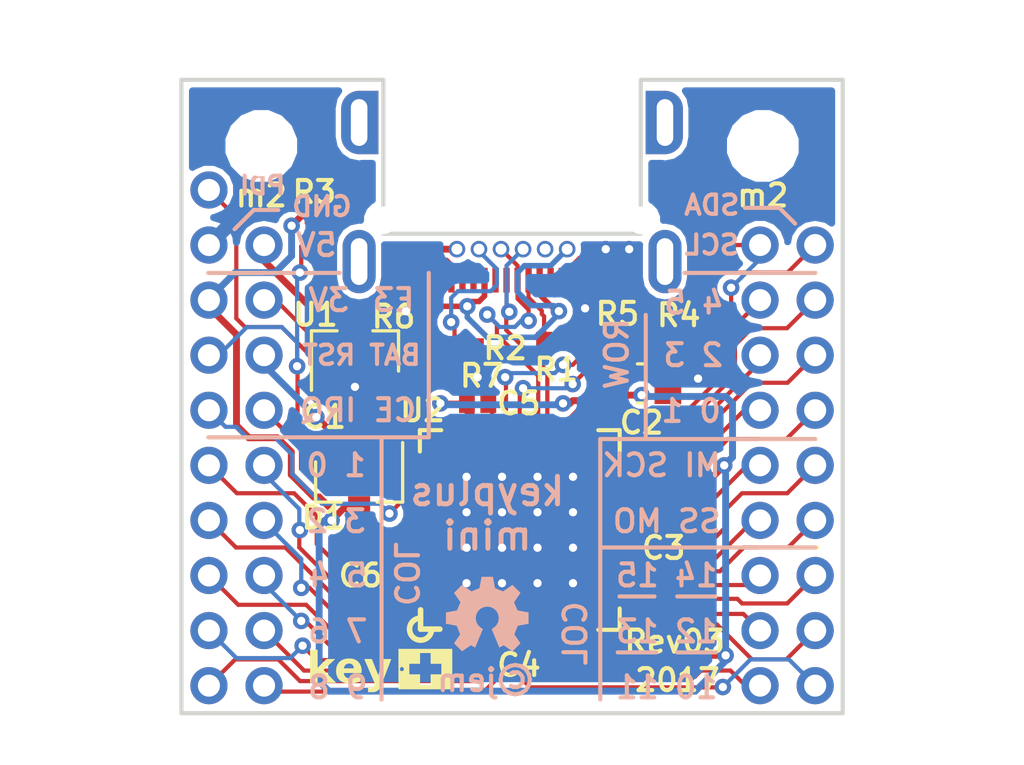
<source format=kicad_pcb>
(kicad_pcb (version 4) (host pcbnew 4.0.7)

  (general
    (links 109)
    (no_connects 5)
    (area 195.924999 92.924999 220.075001 116.075001)
    (thickness 1.6)
    (drawings 64)
    (tracks 567)
    (zones 0)
    (modules 24)
    (nets 55)
  )

  (page A4)
  (layers
    (0 F.Cu signal)
    (31 B.Cu signal)
    (32 B.Adhes user)
    (33 F.Adhes user)
    (34 B.Paste user)
    (35 F.Paste user)
    (36 B.SilkS user)
    (37 F.SilkS user)
    (38 B.Mask user)
    (39 F.Mask user)
    (40 Dwgs.User user)
    (41 Cmts.User user)
    (42 Eco1.User user)
    (43 Eco2.User user)
    (44 Edge.Cuts user)
    (45 Margin user)
    (46 B.CrtYd user)
    (47 F.CrtYd user)
    (48 B.Fab user)
    (49 F.Fab user)
  )

  (setup
    (last_trace_width 0.1524)
    (trace_clearance 0.1524)
    (zone_clearance 0.2)
    (zone_45_only no)
    (trace_min 0.1524)
    (segment_width 0.15)
    (edge_width 0.15)
    (via_size 0.6)
    (via_drill 0.3)
    (via_min_size 0.6)
    (via_min_drill 0.3)
    (uvia_size 0.3)
    (uvia_drill 0.1)
    (uvias_allowed no)
    (uvia_min_size 0)
    (uvia_min_drill 0)
    (pcb_text_width 0.3)
    (pcb_text_size 1.5 1.5)
    (mod_edge_width 0.15)
    (mod_text_size 1 1)
    (mod_text_width 0.15)
    (pad_size 1.2 2)
    (pad_drill 0.6)
    (pad_to_mask_clearance 0.0381)
    (solder_mask_min_width 0.0508)
    (pad_to_paste_clearance -0.07)
    (aux_axis_origin 0 0)
    (visible_elements FFFEFFFF)
    (pcbplotparams
      (layerselection 0x010f8_80000001)
      (usegerberextensions true)
      (excludeedgelayer true)
      (linewidth 0.100000)
      (plotframeref false)
      (viasonmask false)
      (mode 1)
      (useauxorigin false)
      (hpglpennumber 1)
      (hpglpenspeed 20)
      (hpglpendiameter 15)
      (hpglpenoverlay 2)
      (psnegative false)
      (psa4output false)
      (plotreference true)
      (plotvalue true)
      (plotinvisibletext false)
      (padsonsilk false)
      (subtractmaskfromsilk false)
      (outputformat 1)
      (mirror false)
      (drillshape 0)
      (scaleselection 1)
      (outputdirectory test-gerber))
  )

  (net 0 "")
  (net 1 +5V)
  (net 2 GND)
  (net 3 +3V3)
  (net 4 "Net-(J1-PadA5)")
  (net 5 /D+)
  (net 6 /D-)
  (net 7 "Net-(J1-PadB5)")
  (net 8 /PE3)
  (net 9 /PDI)
  (net 10 /PCL)
  (net 11 /PR1)
  (net 12 /PA0)
  (net 13 /PA1)
  (net 14 /PA2)
  (net 15 /PA3)
  (net 16 /PA4)
  (net 17 /PA5)
  (net 18 /PA6)
  (net 19 /PA7)
  (net 20 /PB0)
  (net 21 /PB1)
  (net 22 /PE1)
  (net 23 /PE0)
  (net 24 /PD5)
  (net 25 /PD4)
  (net 26 /PD3)
  (net 27 /PD2)
  (net 28 /PD1)
  (net 29 /PD0)
  (net 30 /PC7)
  (net 31 /PC6)
  (net 32 /PC5)
  (net 33 /PC4)
  (net 34 /PC3)
  (net 35 /PC2)
  (net 36 /PC1)
  (net 37 /PC0)
  (net 38 /PB3)
  (net 39 /PB2)
  (net 40 "Net-(C1-Pad2)")
  (net 41 "Net-(R6-Pad2)")
  (net 42 /PR0)
  (net 43 +BATT)
  (net 44 "Net-(J1-PadS1)")
  (net 45 "Net-(J1-PadB11)")
  (net 46 "Net-(J1-PadB10)")
  (net 47 "Net-(J1-PadA2)")
  (net 48 "Net-(J1-PadA3)")
  (net 49 "Net-(J1-PadA8)")
  (net 50 "Net-(J1-PadA10)")
  (net 51 "Net-(J1-PadA11)")
  (net 52 "Net-(J1-PadB3)")
  (net 53 "Net-(J1-PadB2)")
  (net 54 "Net-(J1-PadB8)")

  (net_class Default "This is the default net class."
    (clearance 0.1524)
    (trace_width 0.1524)
    (via_dia 0.6)
    (via_drill 0.3)
    (uvia_dia 0.3)
    (uvia_drill 0.1)
    (add_net /D+)
    (add_net /D-)
    (add_net /PA0)
    (add_net /PA1)
    (add_net /PA2)
    (add_net /PA3)
    (add_net /PA4)
    (add_net /PA5)
    (add_net /PA6)
    (add_net /PA7)
    (add_net /PB0)
    (add_net /PB1)
    (add_net /PB2)
    (add_net /PB3)
    (add_net /PC0)
    (add_net /PC1)
    (add_net /PC2)
    (add_net /PC3)
    (add_net /PC4)
    (add_net /PC5)
    (add_net /PC6)
    (add_net /PC7)
    (add_net /PCL)
    (add_net /PD0)
    (add_net /PD1)
    (add_net /PD2)
    (add_net /PD3)
    (add_net /PD4)
    (add_net /PD5)
    (add_net /PDI)
    (add_net /PE0)
    (add_net /PE1)
    (add_net /PE3)
    (add_net /PR0)
    (add_net /PR1)
    (add_net "Net-(J1-PadA10)")
    (add_net "Net-(J1-PadA11)")
    (add_net "Net-(J1-PadA2)")
    (add_net "Net-(J1-PadA3)")
    (add_net "Net-(J1-PadA5)")
    (add_net "Net-(J1-PadA8)")
    (add_net "Net-(J1-PadB10)")
    (add_net "Net-(J1-PadB11)")
    (add_net "Net-(J1-PadB2)")
    (add_net "Net-(J1-PadB3)")
    (add_net "Net-(J1-PadB5)")
    (add_net "Net-(J1-PadB8)")
    (add_net "Net-(J1-PadS1)")
    (add_net "Net-(R6-Pad2)")
  )

  (net_class Power ""
    (clearance 0.1524)
    (trace_width 0.25)
    (via_dia 0.6)
    (via_drill 0.3)
    (uvia_dia 0.3)
    (uvia_drill 0.1)
    (add_net +3V3)
    (add_net +5V)
    (add_net +BATT)
    (add_net GND)
    (add_net "Net-(C1-Pad2)")
  )

  (net_class temp ""
    (clearance 0.1524)
    (trace_width 0.1524)
    (via_dia 0.6)
    (via_drill 0.3)
    (uvia_dia 0.3)
    (uvia_drill 0.1)
  )

  (module Conn_PinHeader_2.00mm:PinHeader_2x09_P2.00mm_Vertical (layer F.Cu) (tedit 5A24E0A3) (tstamp 5A2A0A67)
    (at 217 99)
    (descr "Through hole straight pin header, 2x09, 2.00mm pitch, double rows")
    (tags "Through hole pin header THT 2x09 2.00mm double row")
    (path /59BE1233)
    (fp_text reference J4 (at 2 -1.5) (layer Cmts.User)
      (effects (font (size 1 1) (thickness 0.15)))
    )
    (fp_text value Conn_02x09_Odd_Even (at 1 18.06) (layer F.Fab)
      (effects (font (size 1 1) (thickness 0.15)))
    )
    (fp_line (start 0 -1) (end 3 -1) (layer F.Fab) (width 0.1))
    (fp_line (start 3 -1) (end 3 17) (layer F.Fab) (width 0.1))
    (fp_line (start 3 17) (end -1 17) (layer F.Fab) (width 0.1))
    (fp_line (start -1 17) (end -1 0) (layer F.Fab) (width 0.1))
    (fp_line (start -1 0) (end 0 -1) (layer F.Fab) (width 0.1))
    (fp_line (start -1.5 -1.5) (end -1.5 17.5) (layer F.CrtYd) (width 0.05))
    (fp_line (start -1.5 17.5) (end 3.5 17.5) (layer F.CrtYd) (width 0.05))
    (fp_line (start 3.5 17.5) (end 3.5 -1.5) (layer F.CrtYd) (width 0.05))
    (fp_line (start 3.5 -1.5) (end -1.5 -1.5) (layer F.CrtYd) (width 0.05))
    (fp_text user %R (at 1 8 90) (layer F.Fab)
      (effects (font (size 1 1) (thickness 0.15)))
    )
    (pad 1 thru_hole circle (at 0 0) (size 1.35 1.35) (drill 0.8) (layers *.Cu *.Mask)
      (net 22 /PE1))
    (pad 2 thru_hole oval (at 2 0) (size 1.35 1.35) (drill 0.8) (layers *.Cu *.Mask)
      (net 23 /PE0))
    (pad 3 thru_hole oval (at 0 2) (size 1.35 1.35) (drill 0.8) (layers *.Cu *.Mask)
      (net 24 /PD5))
    (pad 4 thru_hole oval (at 2 2) (size 1.35 1.35) (drill 0.8) (layers *.Cu *.Mask)
      (net 25 /PD4))
    (pad 5 thru_hole oval (at 0 4) (size 1.35 1.35) (drill 0.8) (layers *.Cu *.Mask)
      (net 26 /PD3))
    (pad 6 thru_hole oval (at 2 4) (size 1.35 1.35) (drill 0.8) (layers *.Cu *.Mask)
      (net 27 /PD2))
    (pad 7 thru_hole oval (at 0 6) (size 1.35 1.35) (drill 0.8) (layers *.Cu *.Mask)
      (net 28 /PD1))
    (pad 8 thru_hole oval (at 2 6) (size 1.35 1.35) (drill 0.8) (layers *.Cu *.Mask)
      (net 29 /PD0))
    (pad 9 thru_hole oval (at 0 8) (size 1.35 1.35) (drill 0.8) (layers *.Cu *.Mask)
      (net 30 /PC7))
    (pad 10 thru_hole oval (at 2 8) (size 1.35 1.35) (drill 0.8) (layers *.Cu *.Mask)
      (net 31 /PC6))
    (pad 11 thru_hole oval (at 0 10) (size 1.35 1.35) (drill 0.8) (layers *.Cu *.Mask)
      (net 32 /PC5))
    (pad 12 thru_hole oval (at 2 10) (size 1.35 1.35) (drill 0.8) (layers *.Cu *.Mask)
      (net 33 /PC4))
    (pad 13 thru_hole oval (at 0 12) (size 1.35 1.35) (drill 0.8) (layers *.Cu *.Mask)
      (net 34 /PC3))
    (pad 14 thru_hole oval (at 2 12) (size 1.35 1.35) (drill 0.8) (layers *.Cu *.Mask)
      (net 35 /PC2))
    (pad 15 thru_hole oval (at 0 14) (size 1.35 1.35) (drill 0.8) (layers *.Cu *.Mask)
      (net 36 /PC1))
    (pad 16 thru_hole oval (at 2 14) (size 1.35 1.35) (drill 0.8) (layers *.Cu *.Mask)
      (net 37 /PC0))
    (pad 17 thru_hole oval (at 0 16) (size 1.35 1.35) (drill 0.8) (layers *.Cu *.Mask)
      (net 38 /PB3))
    (pad 18 thru_hole oval (at 2 16) (size 1.35 1.35) (drill 0.8) (layers *.Cu *.Mask)
      (net 39 /PB2))
    (model ${KISYS3DMOD}/Conn_PinHeader_2.00mm.3dshapes/PinHeader_2x09_P2.00mm_Vertical.wrl
      (at (xyz 0 0 0))
      (scale (xyz 1 1 1))
      (rotate (xyz 0 0 0))
    )
  )

  (module Conn_PinHeader_2.00mm:PinHeader_2x09_P2.00mm_Vertical (layer F.Cu) (tedit 5A24E0B8) (tstamp 5A2A0A2C)
    (at 197 99)
    (descr "Through hole straight pin header, 2x09, 2.00mm pitch, double rows")
    (tags "Through hole pin header THT 2x09 2.00mm double row")
    (path /59BE116E)
    (fp_text reference J2 (at -2 0) (layer Cmts.User)
      (effects (font (size 1 1) (thickness 0.15)))
    )
    (fp_text value Conn_02x09_Odd_Even (at 1 18.06) (layer F.Fab)
      (effects (font (size 1 1) (thickness 0.15)))
    )
    (fp_line (start 0 -1) (end 3 -1) (layer F.Fab) (width 0.1))
    (fp_line (start 3 -1) (end 3 17) (layer F.Fab) (width 0.1))
    (fp_line (start 3 17) (end -1 17) (layer F.Fab) (width 0.1))
    (fp_line (start -1 17) (end -1 0) (layer F.Fab) (width 0.1))
    (fp_line (start -1 0) (end 0 -1) (layer F.Fab) (width 0.1))
    (fp_line (start -1.5 -1.5) (end -1.5 17.5) (layer F.CrtYd) (width 0.05))
    (fp_line (start -1.5 17.5) (end 3.5 17.5) (layer F.CrtYd) (width 0.05))
    (fp_line (start 3.5 17.5) (end 3.5 -1.5) (layer F.CrtYd) (width 0.05))
    (fp_line (start 3.5 -1.5) (end -1.5 -1.5) (layer F.CrtYd) (width 0.05))
    (fp_text user %R (at 1 8 90) (layer F.Fab)
      (effects (font (size 1 1) (thickness 0.15)))
    )
    (pad 1 thru_hole circle (at 0 0) (size 1.35 1.35) (drill 0.8) (layers *.Cu *.Mask)
      (net 2 GND))
    (pad 2 thru_hole oval (at 2 0) (size 1.35 1.35) (drill 0.8) (layers *.Cu *.Mask)
      (net 1 +5V))
    (pad 3 thru_hole oval (at 0 2) (size 1.35 1.35) (drill 0.8) (layers *.Cu *.Mask)
      (net 3 +3V3))
    (pad 4 thru_hole oval (at 2 2) (size 1.35 1.35) (drill 0.8) (layers *.Cu *.Mask)
      (net 8 /PE3))
    (pad 5 thru_hole oval (at 0 4) (size 1.35 1.35) (drill 0.8) (layers *.Cu *.Mask)
      (net 10 /PCL))
    (pad 6 thru_hole oval (at 2 4) (size 1.35 1.35) (drill 0.8) (layers *.Cu *.Mask)
      (net 43 +BATT))
    (pad 7 thru_hole oval (at 0 6) (size 1.35 1.35) (drill 0.8) (layers *.Cu *.Mask)
      (net 11 /PR1))
    (pad 8 thru_hole oval (at 2 6) (size 1.35 1.35) (drill 0.8) (layers *.Cu *.Mask)
      (net 42 /PR0))
    (pad 9 thru_hole oval (at 0 8) (size 1.35 1.35) (drill 0.8) (layers *.Cu *.Mask)
      (net 12 /PA0))
    (pad 10 thru_hole oval (at 2 8) (size 1.35 1.35) (drill 0.8) (layers *.Cu *.Mask)
      (net 13 /PA1))
    (pad 11 thru_hole oval (at 0 10) (size 1.35 1.35) (drill 0.8) (layers *.Cu *.Mask)
      (net 14 /PA2))
    (pad 12 thru_hole oval (at 2 10) (size 1.35 1.35) (drill 0.8) (layers *.Cu *.Mask)
      (net 15 /PA3))
    (pad 13 thru_hole oval (at 0 12) (size 1.35 1.35) (drill 0.8) (layers *.Cu *.Mask)
      (net 16 /PA4))
    (pad 14 thru_hole oval (at 2 12) (size 1.35 1.35) (drill 0.8) (layers *.Cu *.Mask)
      (net 17 /PA5))
    (pad 15 thru_hole oval (at 0 14) (size 1.35 1.35) (drill 0.8) (layers *.Cu *.Mask)
      (net 18 /PA6))
    (pad 16 thru_hole oval (at 2 14) (size 1.35 1.35) (drill 0.8) (layers *.Cu *.Mask)
      (net 19 /PA7))
    (pad 17 thru_hole oval (at 0 16) (size 1.35 1.35) (drill 0.8) (layers *.Cu *.Mask)
      (net 20 /PB0))
    (pad 18 thru_hole oval (at 2 16) (size 1.35 1.35) (drill 0.8) (layers *.Cu *.Mask)
      (net 21 /PB1))
    (model ${KISYS3DMOD}/Conn_PinHeader_2.00mm.3dshapes/PinHeader_2x09_P2.00mm_Vertical.wrl
      (at (xyz 0 0 0))
      (scale (xyz 1 1 1))
      (rotate (xyz 0 0 0))
    )
  )

  (module Conn_PinHeader_2.00mm:PinHeader_1x01_P2.00mm_Vertical (layer F.Cu) (tedit 5A24E0B7) (tstamp 5A2A0A53)
    (at 197 97)
    (descr "Through hole straight pin header, 1x01, 2.00mm pitch, single row")
    (tags "Through hole pin header THT 1x01 2.00mm single row")
    (path /59107B07)
    (fp_text reference J3 (at -2 0) (layer Cmts.User)
      (effects (font (size 1 1) (thickness 0.15)))
    )
    (fp_text value CONN_01X01 (at 0 2.06) (layer F.Fab)
      (effects (font (size 1 1) (thickness 0.15)))
    )
    (fp_line (start -0.5 -1) (end 1 -1) (layer F.Fab) (width 0.1))
    (fp_line (start 1 -1) (end 1 1) (layer F.Fab) (width 0.1))
    (fp_line (start 1 1) (end -1 1) (layer F.Fab) (width 0.1))
    (fp_line (start -1 1) (end -1 -0.5) (layer F.Fab) (width 0.1))
    (fp_line (start -1 -0.5) (end -0.5 -1) (layer F.Fab) (width 0.1))
    (fp_line (start -1.5 -1.5) (end -1.5 1.5) (layer F.CrtYd) (width 0.05))
    (fp_line (start -1.5 1.5) (end 1.5 1.5) (layer F.CrtYd) (width 0.05))
    (fp_line (start 1.5 1.5) (end 1.5 -1.5) (layer F.CrtYd) (width 0.05))
    (fp_line (start 1.5 -1.5) (end -1.5 -1.5) (layer F.CrtYd) (width 0.05))
    (fp_text user %R (at 0 0 90) (layer F.Fab)
      (effects (font (size 1 1) (thickness 0.15)))
    )
    (pad 1 thru_hole circle (at 0 0) (size 1.35 1.35) (drill 0.8) (layers *.Cu *.Mask)
      (net 9 /PDI))
    (model ${KISYS3DMOD}/Conn_PinHeader_2.00mm.3dshapes/PinHeader_1x01_P2.00mm_Vertical.wrl
      (at (xyz 0 0 0))
      (scale (xyz 1 1 1))
      (rotate (xyz 0 0 0))
    )
  )

  (module Mounting_Holes:MountingHole_2.2mm_M2 (layer F.Cu) (tedit 5A26887D) (tstamp 591005CD)
    (at 198.9 95.4)
    (descr "Mounting Hole 2.2mm, no annular, M2")
    (tags "mounting hole 2.2mm no annular m2")
    (fp_text reference "" (at 0 -3.2) (layer Cmts.User) hide
      (effects (font (size 1 1) (thickness 0.15)))
    )
    (fp_text value MountingHole_2.2mm_M2 (at 0 3.2) (layer F.Fab)
      (effects (font (size 1 1) (thickness 0.15)))
    )
    (fp_circle (center 0 0) (end 2.2 0) (layer Cmts.User) (width 0.15))
    (fp_circle (center 0 0) (end 2.45 0) (layer F.CrtYd) (width 0.05))
    (pad 1 np_thru_hole circle (at 0 0) (size 2.2 2.2) (drill 2.2) (layers *.Cu *.Mask))
  )

  (module Mounting_Holes:MountingHole_2.2mm_M2 (layer F.Cu) (tedit 5A268883) (tstamp 59100503)
    (at 217.1 95.4)
    (descr "Mounting Hole 2.2mm, no annular, M2")
    (tags "mounting hole 2.2mm no annular m2")
    (fp_text reference "" (at 0 -3.2) (layer Cmts.User) hide
      (effects (font (size 1 1) (thickness 0.15)))
    )
    (fp_text value MountingHole_2.2mm_M2 (at 0 3.2) (layer F.Fab)
      (effects (font (size 1 1) (thickness 0.15)))
    )
    (fp_circle (center 0 0) (end 2.2 0) (layer Cmts.User) (width 0.15))
    (fp_circle (center 0 0) (end 2.45 0) (layer F.CrtYd) (width 0.05))
    (pad 1 np_thru_hole circle (at 0 0) (size 2.2 2.2) (drill 2.2) (layers *.Cu *.Mask))
  )

  (module qfn:QFN-44-1EP_7x7mm_Pitch0.5mm_Alt_Silk (layer F.Cu) (tedit 5A24E11E) (tstamp 59BDA6F2)
    (at 208.28 109.347 90)
    (descr "UK Package; 44-Lead Plastic QFN (7mm x 7mm); (see Linear Technology QFN_44_05-08-1763.pdf)")
    (tags "QFN 0.5")
    (path /5A24E79F)
    (attr smd)
    (fp_text reference U2 (at 4.347 -3.53 180) (layer F.SilkS)
      (effects (font (size 0.8 0.8) (thickness 0.15)))
    )
    (fp_text value ATXMEGA-A4U-EPAD (at 0 4.75 90) (layer F.Fab)
      (effects (font (size 1 1) (thickness 0.15)))
    )
    (fp_line (start -2.9 -3.6) (end -3.6 -3.6) (layer F.SilkS) (width 0.2))
    (fp_arc (start -3.6 -3.6) (end -3.6 -3.2) (angle 270) (layer F.SilkS) (width 0.2))
    (fp_line (start -3.6 -3.6) (end -3.6 -2.9) (layer F.SilkS) (width 0.2))
    (fp_line (start -2.5 -3.5) (end 3.5 -3.5) (layer F.Fab) (width 0.15))
    (fp_line (start 3.5 -3.5) (end 3.5 3.5) (layer F.Fab) (width 0.15))
    (fp_line (start 3.5 3.5) (end -3.5 3.5) (layer F.Fab) (width 0.15))
    (fp_line (start -3.5 3.5) (end -3.5 -2.5) (layer F.Fab) (width 0.15))
    (fp_line (start -3.5 -2.5) (end -2.5 -3.5) (layer F.Fab) (width 0.15))
    (fp_line (start -4 -4) (end -4 4) (layer F.CrtYd) (width 0.05))
    (fp_line (start 4 -4) (end 4 4) (layer F.CrtYd) (width 0.05))
    (fp_line (start -4 -4) (end 4 -4) (layer F.CrtYd) (width 0.05))
    (fp_line (start -4 4) (end 4 4) (layer F.CrtYd) (width 0.05))
    (fp_line (start 3.625 -3.625) (end 3.625 -2.85) (layer F.SilkS) (width 0.15))
    (fp_line (start -3.625 3.625) (end -3.625 2.85) (layer F.SilkS) (width 0.15))
    (fp_line (start 3.625 3.625) (end 3.625 2.85) (layer F.SilkS) (width 0.15))
    (fp_line (start -3.625 3.625) (end -2.85 3.625) (layer F.SilkS) (width 0.15))
    (fp_line (start 3.625 3.625) (end 2.85 3.625) (layer F.SilkS) (width 0.15))
    (fp_line (start 3.625 -3.625) (end 2.85 -3.625) (layer F.SilkS) (width 0.15))
    (pad 1 smd rect (at -3.4 -2.5 90) (size 0.7 0.25) (layers F.Cu F.Paste F.Mask)
      (net 17 /PA5))
    (pad 2 smd rect (at -3.4 -2 90) (size 0.7 0.25) (layers F.Cu F.Paste F.Mask)
      (net 18 /PA6))
    (pad 3 smd rect (at -3.4 -1.5 90) (size 0.7 0.25) (layers F.Cu F.Paste F.Mask)
      (net 19 /PA7))
    (pad 4 smd rect (at -3.4 -1 90) (size 0.7 0.25) (layers F.Cu F.Paste F.Mask)
      (net 20 /PB0))
    (pad 5 smd rect (at -3.4 -0.5 90) (size 0.7 0.25) (layers F.Cu F.Paste F.Mask)
      (net 21 /PB1))
    (pad 6 smd rect (at -3.4 0 90) (size 0.7 0.25) (layers F.Cu F.Paste F.Mask)
      (net 39 /PB2))
    (pad 7 smd rect (at -3.4 0.5 90) (size 0.7 0.25) (layers F.Cu F.Paste F.Mask)
      (net 38 /PB3))
    (pad 8 smd rect (at -3.4 1 90) (size 0.7 0.25) (layers F.Cu F.Paste F.Mask)
      (net 2 GND))
    (pad 9 smd rect (at -3.4 1.5 90) (size 0.7 0.25) (layers F.Cu F.Paste F.Mask)
      (net 3 +3V3))
    (pad 10 smd rect (at -3.4 2 90) (size 0.7 0.25) (layers F.Cu F.Paste F.Mask)
      (net 37 /PC0))
    (pad 11 smd rect (at -3.4 2.5 90) (size 0.7 0.25) (layers F.Cu F.Paste F.Mask)
      (net 36 /PC1))
    (pad 12 smd rect (at -2.5 3.4 180) (size 0.7 0.25) (layers F.Cu F.Paste F.Mask)
      (net 35 /PC2))
    (pad 13 smd rect (at -2 3.4 180) (size 0.7 0.25) (layers F.Cu F.Paste F.Mask)
      (net 34 /PC3))
    (pad 14 smd rect (at -1.5 3.4 180) (size 0.7 0.25) (layers F.Cu F.Paste F.Mask)
      (net 33 /PC4))
    (pad 15 smd rect (at -1 3.4 180) (size 0.7 0.25) (layers F.Cu F.Paste F.Mask)
      (net 32 /PC5))
    (pad 16 smd rect (at -0.5 3.4 180) (size 0.7 0.25) (layers F.Cu F.Paste F.Mask)
      (net 31 /PC6))
    (pad 17 smd rect (at 0 3.4 180) (size 0.7 0.25) (layers F.Cu F.Paste F.Mask)
      (net 30 /PC7))
    (pad 18 smd rect (at 0.5 3.4 180) (size 0.7 0.25) (layers F.Cu F.Paste F.Mask)
      (net 2 GND))
    (pad 19 smd rect (at 1 3.4 180) (size 0.7 0.25) (layers F.Cu F.Paste F.Mask)
      (net 3 +3V3))
    (pad 20 smd rect (at 1.5 3.4 180) (size 0.7 0.25) (layers F.Cu F.Paste F.Mask)
      (net 29 /PD0))
    (pad 21 smd rect (at 2 3.4 180) (size 0.7 0.25) (layers F.Cu F.Paste F.Mask)
      (net 28 /PD1))
    (pad 22 smd rect (at 2.5 3.4 180) (size 0.7 0.25) (layers F.Cu F.Paste F.Mask)
      (net 27 /PD2))
    (pad 23 smd rect (at 3.4 2.5 90) (size 0.7 0.25) (layers F.Cu F.Paste F.Mask)
      (net 26 /PD3))
    (pad 24 smd rect (at 3.4 2 90) (size 0.7 0.25) (layers F.Cu F.Paste F.Mask)
      (net 25 /PD4))
    (pad 25 smd rect (at 3.4 1.5 90) (size 0.7 0.25) (layers F.Cu F.Paste F.Mask)
      (net 24 /PD5))
    (pad 26 smd rect (at 3.4 1 90) (size 0.7 0.25) (layers F.Cu F.Paste F.Mask)
      (net 6 /D-))
    (pad 27 smd rect (at 3.4 0.5 90) (size 0.7 0.25) (layers F.Cu F.Paste F.Mask)
      (net 5 /D+))
    (pad 28 smd rect (at 3.4 0 90) (size 0.7 0.25) (layers F.Cu F.Paste F.Mask)
      (net 23 /PE0))
    (pad 29 smd rect (at 3.4 -0.5 90) (size 0.7 0.25) (layers F.Cu F.Paste F.Mask)
      (net 22 /PE1))
    (pad 30 smd rect (at 3.4 -1 90) (size 0.7 0.25) (layers F.Cu F.Paste F.Mask)
      (net 2 GND))
    (pad 31 smd rect (at 3.4 -1.5 90) (size 0.7 0.25) (layers F.Cu F.Paste F.Mask)
      (net 3 +3V3))
    (pad 32 smd rect (at 3.4 -2 90) (size 0.7 0.25) (layers F.Cu F.Paste F.Mask)
      (net 41 "Net-(R6-Pad2)"))
    (pad 33 smd rect (at 3.4 -2.5 90) (size 0.7 0.25) (layers F.Cu F.Paste F.Mask)
      (net 8 /PE3))
    (pad 34 smd rect (at 2.5 -3.4 180) (size 0.7 0.25) (layers F.Cu F.Paste F.Mask)
      (net 9 /PDI))
    (pad 35 smd rect (at 2 -3.4 180) (size 0.7 0.25) (layers F.Cu F.Paste F.Mask)
      (net 10 /PCL))
    (pad 36 smd rect (at 1.5 -3.4 180) (size 0.7 0.25) (layers F.Cu F.Paste F.Mask)
      (net 42 /PR0))
    (pad 37 smd rect (at 1 -3.4 180) (size 0.7 0.25) (layers F.Cu F.Paste F.Mask)
      (net 11 /PR1))
    (pad 38 smd rect (at 0.5 -3.4 180) (size 0.7 0.25) (layers F.Cu F.Paste F.Mask)
      (net 2 GND))
    (pad 39 smd rect (at 0 -3.4 180) (size 0.7 0.25) (layers F.Cu F.Paste F.Mask)
      (net 3 +3V3))
    (pad 40 smd rect (at -0.5 -3.4 180) (size 0.7 0.25) (layers F.Cu F.Paste F.Mask)
      (net 12 /PA0))
    (pad 41 smd rect (at -1 -3.4 180) (size 0.7 0.25) (layers F.Cu F.Paste F.Mask)
      (net 13 /PA1))
    (pad 42 smd rect (at -1.5 -3.4 180) (size 0.7 0.25) (layers F.Cu F.Paste F.Mask)
      (net 14 /PA2))
    (pad 43 smd rect (at -2 -3.4 180) (size 0.7 0.25) (layers F.Cu F.Paste F.Mask)
      (net 15 /PA3))
    (pad 44 smd rect (at -2.5 -3.4 180) (size 0.7 0.25) (layers F.Cu F.Paste F.Mask)
      (net 16 /PA4))
    (pad 45 smd rect (at 1.93125 1.93125 90) (size 1.2875 1.2875) (layers F.Cu F.Paste F.Mask)
      (net 2 GND) (solder_paste_margin_ratio -0.2))
    (pad 45 smd rect (at 1.93125 0.64375 90) (size 1.2875 1.2875) (layers F.Cu F.Paste F.Mask)
      (net 2 GND) (solder_paste_margin_ratio -0.2))
    (pad 45 smd rect (at 1.93125 -0.64375 90) (size 1.2875 1.2875) (layers F.Cu F.Paste F.Mask)
      (net 2 GND) (solder_paste_margin_ratio -0.2))
    (pad 45 smd rect (at 1.93125 -1.93125 90) (size 1.2875 1.2875) (layers F.Cu F.Paste F.Mask)
      (net 2 GND) (solder_paste_margin_ratio -0.2))
    (pad 45 smd rect (at 0.64375 1.93125 90) (size 1.2875 1.2875) (layers F.Cu F.Paste F.Mask)
      (net 2 GND) (solder_paste_margin_ratio -0.2))
    (pad 45 smd rect (at 0.64375 0.64375 90) (size 1.2875 1.2875) (layers F.Cu F.Paste F.Mask)
      (net 2 GND) (solder_paste_margin_ratio -0.2))
    (pad 45 smd rect (at 0.64375 -0.64375 90) (size 1.2875 1.2875) (layers F.Cu F.Paste F.Mask)
      (net 2 GND) (solder_paste_margin_ratio -0.2))
    (pad 45 smd rect (at 0.64375 -1.93125 90) (size 1.2875 1.2875) (layers F.Cu F.Paste F.Mask)
      (net 2 GND) (solder_paste_margin_ratio -0.2))
    (pad 45 smd rect (at -0.64375 1.93125 90) (size 1.2875 1.2875) (layers F.Cu F.Paste F.Mask)
      (net 2 GND) (solder_paste_margin_ratio -0.2))
    (pad 45 smd rect (at -0.64375 0.64375 90) (size 1.2875 1.2875) (layers F.Cu F.Paste F.Mask)
      (net 2 GND) (solder_paste_margin_ratio -0.2))
    (pad 45 smd rect (at -0.64375 -0.64375 90) (size 1.2875 1.2875) (layers F.Cu F.Paste F.Mask)
      (net 2 GND) (solder_paste_margin_ratio -0.2))
    (pad 45 smd rect (at -0.64375 -1.93125 90) (size 1.2875 1.2875) (layers F.Cu F.Paste F.Mask)
      (net 2 GND) (solder_paste_margin_ratio -0.2))
    (pad 45 smd rect (at -1.93125 1.93125 90) (size 1.2875 1.2875) (layers F.Cu F.Paste F.Mask)
      (net 2 GND) (solder_paste_margin_ratio -0.2))
    (pad 45 smd rect (at -1.93125 0.64375 90) (size 1.2875 1.2875) (layers F.Cu F.Paste F.Mask)
      (net 2 GND) (solder_paste_margin_ratio -0.2))
    (pad 45 smd rect (at -1.93125 -0.64375 90) (size 1.2875 1.2875) (layers F.Cu F.Paste F.Mask)
      (net 2 GND) (solder_paste_margin_ratio -0.2))
    (pad 45 smd rect (at -1.93125 -1.93125 90) (size 1.2875 1.2875) (layers F.Cu F.Paste F.Mask)
      (net 2 GND) (solder_paste_margin_ratio -0.2))
    (model Housings_DFN_QFN.3dshapes/QFN-44-1EP_7x7mm_Pitch0.5mm.wrl
      (at (xyz 0 0 0))
      (scale (xyz 1 1 1))
      (rotate (xyz 0 0 0))
    )
  )

  (module Capacitor_SMD:C_0402_1005Metric (layer F.Cu) (tedit 5A24E032) (tstamp 5A2A09E0)
    (at 202.775 105.25)
    (descr "Capacitor SMD 0402 (1005 Metric), square (rectangular) end terminal, IPC_7351 nominal, (Body size source: http://www.tortai-tech.com/upload/download/2011102023233369053.pdf), generated with kicad-footprint-generator")
    (tags capacitor)
    (path /5912FD33)
    (attr smd)
    (fp_text reference C1 (at -1.5932 -0.0052) (layer F.SilkS)
      (effects (font (size 0.8 0.8) (thickness 0.15)))
    )
    (fp_text value 1uF (at 0 1.5) (layer F.Fab)
      (effects (font (size 1 1) (thickness 0.15)))
    )
    (fp_line (start -0.5 0.25) (end -0.5 -0.25) (layer F.Fab) (width 0.1))
    (fp_line (start -0.5 -0.25) (end 0.5 -0.25) (layer F.Fab) (width 0.1))
    (fp_line (start 0.5 -0.25) (end 0.5 0.25) (layer F.Fab) (width 0.1))
    (fp_line (start 0.5 0.25) (end -0.5 0.25) (layer F.Fab) (width 0.1))
    (fp_line (start -0.82 0.48) (end -0.82 -0.48) (layer F.CrtYd) (width 0.05))
    (fp_line (start -0.82 -0.48) (end 0.82 -0.48) (layer F.CrtYd) (width 0.05))
    (fp_line (start 0.82 -0.48) (end 0.82 0.48) (layer F.CrtYd) (width 0.05))
    (fp_line (start 0.82 0.48) (end -0.82 0.48) (layer F.CrtYd) (width 0.05))
    (fp_text user %R (at 0 -0.88) (layer F.Fab)
      (effects (font (size 0.5 0.5) (thickness 0.08)))
    )
    (pad 1 smd rect (at -0.3875 0) (size 0.575 0.65) (layers F.Cu F.Paste F.Mask)
      (net 2 GND))
    (pad 2 smd rect (at 0.3875 0) (size 0.575 0.65) (layers F.Cu F.Paste F.Mask)
      (net 40 "Net-(C1-Pad2)"))
    (model ${KISYS3DMOD}/Capacitor_SMD.3dshapes/C_0402_1005Metric.wrl
      (at (xyz 0 0 0))
      (scale (xyz 1 1 1))
      (rotate (xyz 0 0 0))
    )
  )

  (module Capacitor_SMD:C_0402_1005Metric (layer F.Cu) (tedit 5A24E080) (tstamp 5A2A09EA)
    (at 213.4235 108.839)
    (descr "Capacitor SMD 0402 (1005 Metric), square (rectangular) end terminal, IPC_7351 nominal, (Body size source: http://www.tortai-tech.com/upload/download/2011102023233369053.pdf), generated with kicad-footprint-generator")
    (tags capacitor)
    (path /59100348)
    (attr smd)
    (fp_text reference C3 (at 0.0765 1.161) (layer F.SilkS)
      (effects (font (size 0.8 0.8) (thickness 0.15)))
    )
    (fp_text value 0.1uF (at 0 1.5) (layer F.Fab)
      (effects (font (size 1 1) (thickness 0.15)))
    )
    (fp_line (start -0.5 0.25) (end -0.5 -0.25) (layer F.Fab) (width 0.1))
    (fp_line (start -0.5 -0.25) (end 0.5 -0.25) (layer F.Fab) (width 0.1))
    (fp_line (start 0.5 -0.25) (end 0.5 0.25) (layer F.Fab) (width 0.1))
    (fp_line (start 0.5 0.25) (end -0.5 0.25) (layer F.Fab) (width 0.1))
    (fp_line (start -0.82 0.48) (end -0.82 -0.48) (layer F.CrtYd) (width 0.05))
    (fp_line (start -0.82 -0.48) (end 0.82 -0.48) (layer F.CrtYd) (width 0.05))
    (fp_line (start 0.82 -0.48) (end 0.82 0.48) (layer F.CrtYd) (width 0.05))
    (fp_line (start 0.82 0.48) (end -0.82 0.48) (layer F.CrtYd) (width 0.05))
    (fp_text user %R (at 0 -0.88) (layer F.Fab)
      (effects (font (size 0.5 0.5) (thickness 0.08)))
    )
    (pad 1 smd rect (at -0.3875 0) (size 0.575 0.65) (layers F.Cu F.Paste F.Mask)
      (net 2 GND))
    (pad 2 smd rect (at 0.3875 0) (size 0.575 0.65) (layers F.Cu F.Paste F.Mask)
      (net 3 +3V3))
    (model ${KISYS3DMOD}/Capacitor_SMD.3dshapes/C_0402_1005Metric.wrl
      (at (xyz 0 0 0))
      (scale (xyz 1 1 1))
      (rotate (xyz 0 0 0))
    )
  )

  (module Capacitor_SMD:C_0402_1005Metric (layer F.Cu) (tedit 5A24E07A) (tstamp 5A2A09EF)
    (at 209.8675 114.1095)
    (descr "Capacitor SMD 0402 (1005 Metric), square (rectangular) end terminal, IPC_7351 nominal, (Body size source: http://www.tortai-tech.com/upload/download/2011102023233369053.pdf), generated with kicad-footprint-generator")
    (tags capacitor)
    (path /591002C8)
    (attr smd)
    (fp_text reference C4 (at -1.6175 0.1405) (layer F.SilkS)
      (effects (font (size 0.8 0.8) (thickness 0.15)))
    )
    (fp_text value 0.1uF (at 0 1.5) (layer F.Fab)
      (effects (font (size 1 1) (thickness 0.15)))
    )
    (fp_line (start -0.5 0.25) (end -0.5 -0.25) (layer F.Fab) (width 0.1))
    (fp_line (start -0.5 -0.25) (end 0.5 -0.25) (layer F.Fab) (width 0.1))
    (fp_line (start 0.5 -0.25) (end 0.5 0.25) (layer F.Fab) (width 0.1))
    (fp_line (start 0.5 0.25) (end -0.5 0.25) (layer F.Fab) (width 0.1))
    (fp_line (start -0.82 0.48) (end -0.82 -0.48) (layer F.CrtYd) (width 0.05))
    (fp_line (start -0.82 -0.48) (end 0.82 -0.48) (layer F.CrtYd) (width 0.05))
    (fp_line (start 0.82 -0.48) (end 0.82 0.48) (layer F.CrtYd) (width 0.05))
    (fp_line (start 0.82 0.48) (end -0.82 0.48) (layer F.CrtYd) (width 0.05))
    (fp_text user %R (at 0 -0.88) (layer F.Fab)
      (effects (font (size 0.5 0.5) (thickness 0.08)))
    )
    (pad 1 smd rect (at -0.3875 0) (size 0.575 0.65) (layers F.Cu F.Paste F.Mask)
      (net 2 GND))
    (pad 2 smd rect (at 0.3875 0) (size 0.575 0.65) (layers F.Cu F.Paste F.Mask)
      (net 3 +3V3))
    (model ${KISYS3DMOD}/Capacitor_SMD.3dshapes/C_0402_1005Metric.wrl
      (at (xyz 0 0 0))
      (scale (xyz 1 1 1))
      (rotate (xyz 0 0 0))
    )
  )

  (module Capacitor_SMD:C_0402_1005Metric (layer F.Cu) (tedit 5A24E092) (tstamp 5A2A09F4)
    (at 206.75 104.775 180)
    (descr "Capacitor SMD 0402 (1005 Metric), square (rectangular) end terminal, IPC_7351 nominal, (Body size source: http://www.tortai-tech.com/upload/download/2011102023233369053.pdf), generated with kicad-footprint-generator")
    (tags capacitor)
    (path /59100318)
    (attr smd)
    (fp_text reference C5 (at -1.494 0.025 180) (layer F.SilkS)
      (effects (font (size 0.8 0.8) (thickness 0.15)))
    )
    (fp_text value 0.1uF (at 0 1.5 180) (layer F.Fab)
      (effects (font (size 1 1) (thickness 0.15)))
    )
    (fp_line (start -0.5 0.25) (end -0.5 -0.25) (layer F.Fab) (width 0.1))
    (fp_line (start -0.5 -0.25) (end 0.5 -0.25) (layer F.Fab) (width 0.1))
    (fp_line (start 0.5 -0.25) (end 0.5 0.25) (layer F.Fab) (width 0.1))
    (fp_line (start 0.5 0.25) (end -0.5 0.25) (layer F.Fab) (width 0.1))
    (fp_line (start -0.82 0.48) (end -0.82 -0.48) (layer F.CrtYd) (width 0.05))
    (fp_line (start -0.82 -0.48) (end 0.82 -0.48) (layer F.CrtYd) (width 0.05))
    (fp_line (start 0.82 -0.48) (end 0.82 0.48) (layer F.CrtYd) (width 0.05))
    (fp_line (start 0.82 0.48) (end -0.82 0.48) (layer F.CrtYd) (width 0.05))
    (fp_text user %R (at 0 -0.88 180) (layer F.Fab)
      (effects (font (size 0.5 0.5) (thickness 0.08)))
    )
    (pad 1 smd rect (at -0.3875 0 180) (size 0.575 0.65) (layers F.Cu F.Paste F.Mask)
      (net 2 GND))
    (pad 2 smd rect (at 0.3875 0 180) (size 0.575 0.65) (layers F.Cu F.Paste F.Mask)
      (net 3 +3V3))
    (model ${KISYS3DMOD}/Capacitor_SMD.3dshapes/C_0402_1005Metric.wrl
      (at (xyz 0 0 0))
      (scale (xyz 1 1 1))
      (rotate (xyz 0 0 0))
    )
  )

  (module Capacitor_SMD:C_0402_1005Metric (layer F.Cu) (tedit 5A24E06F) (tstamp 5A2A09F9)
    (at 202.438 109.855 180)
    (descr "Capacitor SMD 0402 (1005 Metric), square (rectangular) end terminal, IPC_7351 nominal, (Body size source: http://www.tortai-tech.com/upload/download/2011102023233369053.pdf), generated with kicad-footprint-generator")
    (tags capacitor)
    (path /5910037F)
    (attr smd)
    (fp_text reference C6 (at -0.062 -1.145 180) (layer F.SilkS)
      (effects (font (size 0.8 0.8) (thickness 0.15)))
    )
    (fp_text value 0.1uF (at 0 1.5 180) (layer F.Fab)
      (effects (font (size 1 1) (thickness 0.15)))
    )
    (fp_line (start -0.5 0.25) (end -0.5 -0.25) (layer F.Fab) (width 0.1))
    (fp_line (start -0.5 -0.25) (end 0.5 -0.25) (layer F.Fab) (width 0.1))
    (fp_line (start 0.5 -0.25) (end 0.5 0.25) (layer F.Fab) (width 0.1))
    (fp_line (start 0.5 0.25) (end -0.5 0.25) (layer F.Fab) (width 0.1))
    (fp_line (start -0.82 0.48) (end -0.82 -0.48) (layer F.CrtYd) (width 0.05))
    (fp_line (start -0.82 -0.48) (end 0.82 -0.48) (layer F.CrtYd) (width 0.05))
    (fp_line (start 0.82 -0.48) (end 0.82 0.48) (layer F.CrtYd) (width 0.05))
    (fp_line (start 0.82 0.48) (end -0.82 0.48) (layer F.CrtYd) (width 0.05))
    (fp_text user %R (at 0 -0.88 180) (layer F.Fab)
      (effects (font (size 0.5 0.5) (thickness 0.08)))
    )
    (pad 1 smd rect (at -0.3875 0 180) (size 0.575 0.65) (layers F.Cu F.Paste F.Mask)
      (net 2 GND))
    (pad 2 smd rect (at 0.3875 0 180) (size 0.575 0.65) (layers F.Cu F.Paste F.Mask)
      (net 3 +3V3))
    (model ${KISYS3DMOD}/Capacitor_SMD.3dshapes/C_0402_1005Metric.wrl
      (at (xyz 0 0 0))
      (scale (xyz 1 1 1))
      (rotate (xyz 0 0 0))
    )
  )

  (module Package_TO_SOT_SMD:SOT-23 (layer F.Cu) (tedit 5A268C67) (tstamp 5A2A09FE)
    (at 202.45 107.575 270)
    (descr "SOT-23, Standard")
    (tags SOT-23)
    (path /596D9841)
    (attr smd)
    (fp_text reference D1 (at 1.325 1.3 540) (layer F.SilkS)
      (effects (font (size 0.8 0.8) (thickness 0.15)))
    )
    (fp_text value D_Schottky_x2_KCom_AAK (at 0 2.5 270) (layer F.Fab)
      (effects (font (size 1 1) (thickness 0.15)))
    )
    (fp_text user %R (at 0 0 360) (layer F.Fab)
      (effects (font (size 0.5 0.5) (thickness 0.075)))
    )
    (fp_line (start -0.7 -0.95) (end -0.7 1.5) (layer F.Fab) (width 0.1))
    (fp_line (start -0.15 -1.52) (end 0.7 -1.52) (layer F.Fab) (width 0.1))
    (fp_line (start -0.7 -0.95) (end -0.15 -1.52) (layer F.Fab) (width 0.1))
    (fp_line (start 0.7 -1.52) (end 0.7 1.52) (layer F.Fab) (width 0.1))
    (fp_line (start -0.7 1.52) (end 0.7 1.52) (layer F.Fab) (width 0.1))
    (fp_line (start 0.76 1.58) (end 0.76 0.65) (layer F.SilkS) (width 0.12))
    (fp_line (start 0.76 -1.58) (end 0.76 -0.65) (layer F.SilkS) (width 0.12))
    (fp_line (start -1.7 -1.75) (end 1.7 -1.75) (layer F.CrtYd) (width 0.05))
    (fp_line (start 1.7 -1.75) (end 1.7 1.75) (layer F.CrtYd) (width 0.05))
    (fp_line (start 1.7 1.75) (end -1.7 1.75) (layer F.CrtYd) (width 0.05))
    (fp_line (start -1.7 1.75) (end -1.7 -1.75) (layer F.CrtYd) (width 0.05))
    (fp_line (start 0.76 -1.58) (end -1.4 -1.58) (layer F.SilkS) (width 0.12))
    (fp_line (start 0.76 1.58) (end -0.7 1.58) (layer F.SilkS) (width 0.12))
    (pad 1 smd rect (at -1 -0.95 270) (size 0.9 0.8) (layers F.Cu F.Paste F.Mask)
      (net 40 "Net-(C1-Pad2)"))
    (pad 2 smd rect (at -1 0.95 270) (size 0.9 0.8) (layers F.Cu F.Paste F.Mask)
      (net 43 +BATT))
    (pad 3 smd rect (at 1 0 270) (size 0.9 0.8) (layers F.Cu F.Paste F.Mask)
      (net 3 +3V3))
    (model ${KISYS3DMOD}/Package_TO_SOT_SMD.3dshapes/SOT-23.wrl
      (at (xyz 0 0 0))
      (scale (xyz 1 1 1))
      (rotate (xyz 0 0 0))
    )
  )

  (module Resistor_SMD:R_0402_1005Metric (layer F.Cu) (tedit 5A24FA85) (tstamp 5A2A0A8E)
    (at 209.55 102.475)
    (descr "Resistor SMD 0402 (1005 Metric), square (rectangular) end terminal, IPC_7351 nominal, (Body size source: http://www.tortai-tech.com/upload/download/2011102023233369053.pdf), generated with kicad-footprint-generator")
    (tags resistor)
    (path /59100D83)
    (attr smd)
    (fp_text reference R1 (at 0.05 1.05) (layer F.SilkS)
      (effects (font (size 0.8 0.8) (thickness 0.15)))
    )
    (fp_text value 5.1k (at 0 1.5) (layer F.Fab)
      (effects (font (size 1 1) (thickness 0.15)))
    )
    (fp_line (start -0.5 0.25) (end -0.5 -0.25) (layer F.Fab) (width 0.1))
    (fp_line (start -0.5 -0.25) (end 0.5 -0.25) (layer F.Fab) (width 0.1))
    (fp_line (start 0.5 -0.25) (end 0.5 0.25) (layer F.Fab) (width 0.1))
    (fp_line (start 0.5 0.25) (end -0.5 0.25) (layer F.Fab) (width 0.1))
    (fp_line (start -0.82 0.48) (end -0.82 -0.48) (layer F.CrtYd) (width 0.05))
    (fp_line (start -0.82 -0.48) (end 0.82 -0.48) (layer F.CrtYd) (width 0.05))
    (fp_line (start 0.82 -0.48) (end 0.82 0.48) (layer F.CrtYd) (width 0.05))
    (fp_line (start 0.82 0.48) (end -0.82 0.48) (layer F.CrtYd) (width 0.05))
    (fp_text user %R (at 0 -0.88) (layer F.Fab)
      (effects (font (size 0.5 0.5) (thickness 0.08)))
    )
    (pad 1 smd rect (at -0.3875 0) (size 0.575 0.65) (layers F.Cu F.Paste F.Mask)
      (net 4 "Net-(J1-PadA5)"))
    (pad 2 smd rect (at 0.3875 0) (size 0.575 0.65) (layers F.Cu F.Paste F.Mask)
      (net 2 GND))
    (model ${KISYS3DMOD}/Resistor_SMD.3dshapes/R_0402_1005Metric.wrl
      (at (xyz 0 0 0))
      (scale (xyz 1 1 1))
      (rotate (xyz 0 0 0))
    )
  )

  (module Resistor_SMD:R_0402_1005Metric (layer F.Cu) (tedit 5A268100) (tstamp 5A2A0A93)
    (at 206.3 102.71)
    (descr "Resistor SMD 0402 (1005 Metric), square (rectangular) end terminal, IPC_7351 nominal, (Body size source: http://www.tortai-tech.com/upload/download/2011102023233369053.pdf), generated with kicad-footprint-generator")
    (tags resistor)
    (path /59100DF9)
    (attr smd)
    (fp_text reference R2 (at 1.45 0.04) (layer F.SilkS)
      (effects (font (size 0.8 0.8) (thickness 0.15)))
    )
    (fp_text value 5.1k (at 0 1.5) (layer F.Fab)
      (effects (font (size 1 1) (thickness 0.15)))
    )
    (fp_line (start -0.5 0.25) (end -0.5 -0.25) (layer F.Fab) (width 0.1))
    (fp_line (start -0.5 -0.25) (end 0.5 -0.25) (layer F.Fab) (width 0.1))
    (fp_line (start 0.5 -0.25) (end 0.5 0.25) (layer F.Fab) (width 0.1))
    (fp_line (start 0.5 0.25) (end -0.5 0.25) (layer F.Fab) (width 0.1))
    (fp_line (start -0.82 0.48) (end -0.82 -0.48) (layer F.CrtYd) (width 0.05))
    (fp_line (start -0.82 -0.48) (end 0.82 -0.48) (layer F.CrtYd) (width 0.05))
    (fp_line (start 0.82 -0.48) (end 0.82 0.48) (layer F.CrtYd) (width 0.05))
    (fp_line (start 0.82 0.48) (end -0.82 0.48) (layer F.CrtYd) (width 0.05))
    (fp_text user %R (at 0 -0.88) (layer F.Fab)
      (effects (font (size 0.5 0.5) (thickness 0.08)))
    )
    (pad 1 smd rect (at -0.3875 0) (size 0.575 0.65) (layers F.Cu F.Paste F.Mask)
      (net 7 "Net-(J1-PadB5)"))
    (pad 2 smd rect (at 0.3875 0) (size 0.575 0.65) (layers F.Cu F.Paste F.Mask)
      (net 2 GND))
    (model ${KISYS3DMOD}/Resistor_SMD.3dshapes/R_0402_1005Metric.wrl
      (at (xyz 0 0 0))
      (scale (xyz 1 1 1))
      (rotate (xyz 0 0 0))
    )
  )

  (module Resistor_SMD:R_0402_1005Metric (layer F.Cu) (tedit 5A2680ED) (tstamp 5A2A0A98)
    (at 200.8 98.35 270)
    (descr "Resistor SMD 0402 (1005 Metric), square (rectangular) end terminal, IPC_7351 nominal, (Body size source: http://www.tortai-tech.com/upload/download/2011102023233369053.pdf), generated with kicad-footprint-generator")
    (tags resistor)
    (path /5918161D)
    (attr smd)
    (fp_text reference R3 (at -1.275 -0.025 360) (layer F.SilkS)
      (effects (font (size 0.8 0.8) (thickness 0.15)))
    )
    (fp_text value 10k (at 0 1.5 270) (layer F.Fab)
      (effects (font (size 1 1) (thickness 0.15)))
    )
    (fp_line (start -0.5 0.25) (end -0.5 -0.25) (layer F.Fab) (width 0.1))
    (fp_line (start -0.5 -0.25) (end 0.5 -0.25) (layer F.Fab) (width 0.1))
    (fp_line (start 0.5 -0.25) (end 0.5 0.25) (layer F.Fab) (width 0.1))
    (fp_line (start 0.5 0.25) (end -0.5 0.25) (layer F.Fab) (width 0.1))
    (fp_line (start -0.82 0.48) (end -0.82 -0.48) (layer F.CrtYd) (width 0.05))
    (fp_line (start -0.82 -0.48) (end 0.82 -0.48) (layer F.CrtYd) (width 0.05))
    (fp_line (start 0.82 -0.48) (end 0.82 0.48) (layer F.CrtYd) (width 0.05))
    (fp_line (start 0.82 0.48) (end -0.82 0.48) (layer F.CrtYd) (width 0.05))
    (fp_text user %R (at 0 -0.88 270) (layer F.Fab)
      (effects (font (size 0.5 0.5) (thickness 0.08)))
    )
    (pad 1 smd rect (at -0.3875 0 270) (size 0.575 0.65) (layers F.Cu F.Paste F.Mask)
      (net 3 +3V3))
    (pad 2 smd rect (at 0.3875 0 270) (size 0.575 0.65) (layers F.Cu F.Paste F.Mask)
      (net 10 /PCL))
    (model ${KISYS3DMOD}/Resistor_SMD.3dshapes/R_0402_1005Metric.wrl
      (at (xyz 0 0 0))
      (scale (xyz 1 1 1))
      (rotate (xyz 0 0 0))
    )
  )

  (module Resistor_SMD:R_0402_1005Metric (layer F.Cu) (tedit 5A268147) (tstamp 5A2A0A9D)
    (at 214.05 102.475)
    (descr "Resistor SMD 0402 (1005 Metric), square (rectangular) end terminal, IPC_7351 nominal, (Body size source: http://www.tortai-tech.com/upload/download/2011102023233369053.pdf), generated with kicad-footprint-generator")
    (tags resistor)
    (path /591846D9)
    (attr smd)
    (fp_text reference R4 (at 0 -0.925 180) (layer F.SilkS)
      (effects (font (size 0.8 0.8) (thickness 0.15)))
    )
    (fp_text value 10k (at 0 1.5) (layer F.Fab)
      (effects (font (size 1 1) (thickness 0.15)))
    )
    (fp_line (start -0.5 0.25) (end -0.5 -0.25) (layer F.Fab) (width 0.1))
    (fp_line (start -0.5 -0.25) (end 0.5 -0.25) (layer F.Fab) (width 0.1))
    (fp_line (start 0.5 -0.25) (end 0.5 0.25) (layer F.Fab) (width 0.1))
    (fp_line (start 0.5 0.25) (end -0.5 0.25) (layer F.Fab) (width 0.1))
    (fp_line (start -0.82 0.48) (end -0.82 -0.48) (layer F.CrtYd) (width 0.05))
    (fp_line (start -0.82 -0.48) (end 0.82 -0.48) (layer F.CrtYd) (width 0.05))
    (fp_line (start 0.82 -0.48) (end 0.82 0.48) (layer F.CrtYd) (width 0.05))
    (fp_line (start 0.82 0.48) (end -0.82 0.48) (layer F.CrtYd) (width 0.05))
    (fp_text user %R (at 0 -0.88) (layer F.Fab)
      (effects (font (size 0.5 0.5) (thickness 0.08)))
    )
    (pad 1 smd rect (at -0.3875 0) (size 0.575 0.65) (layers F.Cu F.Paste F.Mask)
      (net 3 +3V3))
    (pad 2 smd rect (at 0.3875 0) (size 0.575 0.65) (layers F.Cu F.Paste F.Mask)
      (net 22 /PE1))
    (model ${KISYS3DMOD}/Resistor_SMD.3dshapes/R_0402_1005Metric.wrl
      (at (xyz 0 0 0))
      (scale (xyz 1 1 1))
      (rotate (xyz 0 0 0))
    )
  )

  (module Resistor_SMD:R_0402_1005Metric (layer F.Cu) (tedit 5A24E107) (tstamp 5A2A0AA2)
    (at 211.825 102.45 180)
    (descr "Resistor SMD 0402 (1005 Metric), square (rectangular) end terminal, IPC_7351 nominal, (Body size source: http://www.tortai-tech.com/upload/download/2011102023233369053.pdf), generated with kicad-footprint-generator")
    (tags resistor)
    (path /5918472E)
    (attr smd)
    (fp_text reference R5 (at 0 0.95 360) (layer F.SilkS)
      (effects (font (size 0.8 0.8) (thickness 0.15)))
    )
    (fp_text value 10k (at 0 1.5 180) (layer F.Fab)
      (effects (font (size 1 1) (thickness 0.15)))
    )
    (fp_line (start -0.5 0.25) (end -0.5 -0.25) (layer F.Fab) (width 0.1))
    (fp_line (start -0.5 -0.25) (end 0.5 -0.25) (layer F.Fab) (width 0.1))
    (fp_line (start 0.5 -0.25) (end 0.5 0.25) (layer F.Fab) (width 0.1))
    (fp_line (start 0.5 0.25) (end -0.5 0.25) (layer F.Fab) (width 0.1))
    (fp_line (start -0.82 0.48) (end -0.82 -0.48) (layer F.CrtYd) (width 0.05))
    (fp_line (start -0.82 -0.48) (end 0.82 -0.48) (layer F.CrtYd) (width 0.05))
    (fp_line (start 0.82 -0.48) (end 0.82 0.48) (layer F.CrtYd) (width 0.05))
    (fp_line (start 0.82 0.48) (end -0.82 0.48) (layer F.CrtYd) (width 0.05))
    (fp_text user %R (at 0 -0.88 180) (layer F.Fab)
      (effects (font (size 0.5 0.5) (thickness 0.08)))
    )
    (pad 1 smd rect (at -0.3875 0 180) (size 0.575 0.65) (layers F.Cu F.Paste F.Mask)
      (net 3 +3V3))
    (pad 2 smd rect (at 0.3875 0 180) (size 0.575 0.65) (layers F.Cu F.Paste F.Mask)
      (net 23 /PE0))
    (model ${KISYS3DMOD}/Resistor_SMD.3dshapes/R_0402_1005Metric.wrl
      (at (xyz 0 0 0))
      (scale (xyz 1 1 1))
      (rotate (xyz 0 0 0))
    )
  )

  (module Resistor_SMD:R_0402_1005Metric (layer F.Cu) (tedit 5A26811B) (tstamp 5A2A0AA7)
    (at 204.9 102.375 270)
    (descr "Resistor SMD 0402 (1005 Metric), square (rectangular) end terminal, IPC_7351 nominal, (Body size source: http://www.tortai-tech.com/upload/download/2011102023233369053.pdf), generated with kicad-footprint-generator")
    (tags resistor)
    (path /596DD7BD)
    (attr smd)
    (fp_text reference R6 (at -0.775 1.2 360) (layer F.SilkS)
      (effects (font (size 0.8 0.8) (thickness 0.15)))
    )
    (fp_text value 100k (at 0 1.5 270) (layer F.Fab)
      (effects (font (size 1 1) (thickness 0.15)))
    )
    (fp_line (start -0.5 0.25) (end -0.5 -0.25) (layer F.Fab) (width 0.1))
    (fp_line (start -0.5 -0.25) (end 0.5 -0.25) (layer F.Fab) (width 0.1))
    (fp_line (start 0.5 -0.25) (end 0.5 0.25) (layer F.Fab) (width 0.1))
    (fp_line (start 0.5 0.25) (end -0.5 0.25) (layer F.Fab) (width 0.1))
    (fp_line (start -0.82 0.48) (end -0.82 -0.48) (layer F.CrtYd) (width 0.05))
    (fp_line (start -0.82 -0.48) (end 0.82 -0.48) (layer F.CrtYd) (width 0.05))
    (fp_line (start 0.82 -0.48) (end 0.82 0.48) (layer F.CrtYd) (width 0.05))
    (fp_line (start 0.82 0.48) (end -0.82 0.48) (layer F.CrtYd) (width 0.05))
    (fp_text user %R (at 0 -0.88 270) (layer F.Fab)
      (effects (font (size 0.5 0.5) (thickness 0.08)))
    )
    (pad 1 smd rect (at -0.3875 0 270) (size 0.575 0.65) (layers F.Cu F.Paste F.Mask)
      (net 1 +5V))
    (pad 2 smd rect (at 0.3875 0 270) (size 0.575 0.65) (layers F.Cu F.Paste F.Mask)
      (net 41 "Net-(R6-Pad2)"))
    (model ${KISYS3DMOD}/Resistor_SMD.3dshapes/R_0402_1005Metric.wrl
      (at (xyz 0 0 0))
      (scale (xyz 1 1 1))
      (rotate (xyz 0 0 0))
    )
  )

  (module Resistor_SMD:R_0402_1005Metric (layer F.Cu) (tedit 5A2680FC) (tstamp 5A2A0AAC)
    (at 205.3 103.75)
    (descr "Resistor SMD 0402 (1005 Metric), square (rectangular) end terminal, IPC_7351 nominal, (Body size source: http://www.tortai-tech.com/upload/download/2011102023233369053.pdf), generated with kicad-footprint-generator")
    (tags resistor)
    (path /596DD95D)
    (attr smd)
    (fp_text reference R7 (at 1.6 0 180) (layer F.SilkS)
      (effects (font (size 0.8 0.8) (thickness 0.15)))
    )
    (fp_text value 100k (at 0 1.5) (layer F.Fab)
      (effects (font (size 1 1) (thickness 0.15)))
    )
    (fp_line (start -0.5 0.25) (end -0.5 -0.25) (layer F.Fab) (width 0.1))
    (fp_line (start -0.5 -0.25) (end 0.5 -0.25) (layer F.Fab) (width 0.1))
    (fp_line (start 0.5 -0.25) (end 0.5 0.25) (layer F.Fab) (width 0.1))
    (fp_line (start 0.5 0.25) (end -0.5 0.25) (layer F.Fab) (width 0.1))
    (fp_line (start -0.82 0.48) (end -0.82 -0.48) (layer F.CrtYd) (width 0.05))
    (fp_line (start -0.82 -0.48) (end 0.82 -0.48) (layer F.CrtYd) (width 0.05))
    (fp_line (start 0.82 -0.48) (end 0.82 0.48) (layer F.CrtYd) (width 0.05))
    (fp_line (start 0.82 0.48) (end -0.82 0.48) (layer F.CrtYd) (width 0.05))
    (fp_text user %R (at 0 -0.88) (layer F.Fab)
      (effects (font (size 0.5 0.5) (thickness 0.08)))
    )
    (pad 1 smd rect (at -0.3875 0) (size 0.575 0.65) (layers F.Cu F.Paste F.Mask)
      (net 41 "Net-(R6-Pad2)"))
    (pad 2 smd rect (at 0.3875 0) (size 0.575 0.65) (layers F.Cu F.Paste F.Mask)
      (net 2 GND))
    (model ${KISYS3DMOD}/Resistor_SMD.3dshapes/R_0402_1005Metric.wrl
      (at (xyz 0 0 0))
      (scale (xyz 1 1 1))
      (rotate (xyz 0 0 0))
    )
  )

  (module Package_TO_SOT_SMD:SOT-23 (layer F.Cu) (tedit 5A24E04C) (tstamp 5A2A0AB1)
    (at 202.3 102.875 90)
    (descr "SOT-23, Standard")
    (tags SOT-23)
    (path /59BE1A4B)
    (attr smd)
    (fp_text reference U1 (at 1.343 -1.436 180) (layer F.SilkS)
      (effects (font (size 0.8 0.8) (thickness 0.15)))
    )
    (fp_text value MCP1700-3302E_SOT23 (at 0 2.5 90) (layer F.Fab)
      (effects (font (size 1 1) (thickness 0.15)))
    )
    (fp_text user %R (at 0 0 180) (layer F.Fab)
      (effects (font (size 0.5 0.5) (thickness 0.075)))
    )
    (fp_line (start -0.7 -0.95) (end -0.7 1.5) (layer F.Fab) (width 0.1))
    (fp_line (start -0.15 -1.52) (end 0.7 -1.52) (layer F.Fab) (width 0.1))
    (fp_line (start -0.7 -0.95) (end -0.15 -1.52) (layer F.Fab) (width 0.1))
    (fp_line (start 0.7 -1.52) (end 0.7 1.52) (layer F.Fab) (width 0.1))
    (fp_line (start -0.7 1.52) (end 0.7 1.52) (layer F.Fab) (width 0.1))
    (fp_line (start 0.76 1.58) (end 0.76 0.65) (layer F.SilkS) (width 0.12))
    (fp_line (start 0.76 -1.58) (end 0.76 -0.65) (layer F.SilkS) (width 0.12))
    (fp_line (start -1.7 -1.75) (end 1.7 -1.75) (layer F.CrtYd) (width 0.05))
    (fp_line (start 1.7 -1.75) (end 1.7 1.75) (layer F.CrtYd) (width 0.05))
    (fp_line (start 1.7 1.75) (end -1.7 1.75) (layer F.CrtYd) (width 0.05))
    (fp_line (start -1.7 1.75) (end -1.7 -1.75) (layer F.CrtYd) (width 0.05))
    (fp_line (start 0.76 -1.58) (end -1.4 -1.58) (layer F.SilkS) (width 0.12))
    (fp_line (start 0.76 1.58) (end -0.7 1.58) (layer F.SilkS) (width 0.12))
    (pad 1 smd rect (at -1 -0.95 90) (size 0.9 0.8) (layers F.Cu F.Paste F.Mask)
      (net 2 GND))
    (pad 2 smd rect (at -1 0.95 90) (size 0.9 0.8) (layers F.Cu F.Paste F.Mask)
      (net 40 "Net-(C1-Pad2)"))
    (pad 3 smd rect (at 1 0 90) (size 0.9 0.8) (layers F.Cu F.Paste F.Mask)
      (net 1 +5V))
    (model ${KISYS3DMOD}/Package_TO_SOT_SMD.3dshapes/SOT-23.wrl
      (at (xyz 0 0 0))
      (scale (xyz 1 1 1))
      (rotate (xyz 0 0 0))
    )
  )

  (module Capacitor_SMD:C_0805_2012Metric (layer F.Cu) (tedit 5A268132) (tstamp 5A25F948)
    (at 212.7 104.025 180)
    (descr "Capacitor SMD 0805 (2012 Metric), square (rectangular) end terminal, IPC_7351 nominal, (Body size source: http://www.tortai-tech.com/upload/download/2011102023233369053.pdf), generated with kicad-footprint-generator")
    (tags capacitor)
    (path /5918049E)
    (attr smd)
    (fp_text reference C2 (at 0 -1.425 180) (layer F.SilkS)
      (effects (font (size 0.8 0.8) (thickness 0.15)))
    )
    (fp_text value 10uF (at 0 1.85 180) (layer F.Fab)
      (effects (font (size 1 1) (thickness 0.15)))
    )
    (fp_line (start -1 0.6) (end -1 -0.6) (layer F.Fab) (width 0.1))
    (fp_line (start -1 -0.6) (end 1 -0.6) (layer F.Fab) (width 0.1))
    (fp_line (start 1 -0.6) (end 1 0.6) (layer F.Fab) (width 0.1))
    (fp_line (start 1 0.6) (end -1 0.6) (layer F.Fab) (width 0.1))
    (fp_line (start -0.15 -0.71) (end 0.15 -0.71) (layer F.SilkS) (width 0.12))
    (fp_line (start -0.15 0.71) (end 0.15 0.71) (layer F.SilkS) (width 0.12))
    (fp_line (start -1.69 1) (end -1.69 -1) (layer F.CrtYd) (width 0.05))
    (fp_line (start -1.69 -1) (end 1.69 -1) (layer F.CrtYd) (width 0.05))
    (fp_line (start 1.69 -1) (end 1.69 1) (layer F.CrtYd) (width 0.05))
    (fp_line (start 1.69 1) (end -1.69 1) (layer F.CrtYd) (width 0.05))
    (fp_text user %R (at 0 0 180) (layer F.Fab)
      (effects (font (size 0.5 0.5) (thickness 0.08)))
    )
    (pad 1 smd rect (at -0.955 0 180) (size 0.97 1.5) (layers F.Cu F.Paste F.Mask)
      (net 2 GND))
    (pad 2 smd rect (at 0.955 0 180) (size 0.97 1.5) (layers F.Cu F.Paste F.Mask)
      (net 3 +3V3))
    (model ${KISYS3DMOD}/Capacitor_SMD.3dshapes/C_0805_2012Metric.wrl
      (at (xyz 0 0 0))
      (scale (xyz 1 1 1))
      (rotate (xyz 0 0 0))
    )
  )

  (module conn_usb:USB_TypeC_Hirose_CX70M-24P1 (layer F.Cu) (tedit 5A268109) (tstamp 5A25F2E0)
    (at 208 91.95 180)
    (descr "https://www.hirose.com/product/en/download_file/key_name/CX70M-24P1/category/Drawing%20(2D)/doc_file_id/141189/?file_category_id=6&item_id=04800304000&is_series=")
    (tags "USB, Type-C")
    (path /5A25020D)
    (fp_text reference J1 (at 0 -3.6 180) (layer Cmts.User)
      (effects (font (size 1 1) (thickness 0.15)))
    )
    (fp_text value USB_C_Receptacle (at -0.1 1 180) (layer F.Fab)
      (effects (font (size 1 1) (thickness 0.15)))
    )
    (fp_line (start -4.67 -6.65) (end 4.67 -6.65) (layer F.CrtYd) (width 0.1))
    (fp_line (start 6.2 0) (end 4.67 0) (layer F.CrtYd) (width 0.1))
    (fp_line (start 4.67 0) (end 4.67 -6.65) (layer F.CrtYd) (width 0.1))
    (fp_line (start -4.67 0) (end -4.67 -6.65) (layer F.CrtYd) (width 0.1))
    (fp_line (start -6.2 0) (end -4.67 0) (layer F.CrtYd) (width 0.1))
    (pad "" np_thru_hole circle (at 4.67 -6.15 180) (size 1 1) (drill 1) (layers *.Cu *.Mask))
    (pad S1 smd rect (at 3.915 -8.325 180) (size 0.46 0.9) (layers F.Cu F.Mask)
      (net 44 "Net-(J1-PadS1)"))
    (pad S1 smd rect (at -3.915 -8.325 180) (size 0.46 0.9) (layers F.Cu F.Mask)
      (net 44 "Net-(J1-PadS1)"))
    (pad S1 smd rect (at -5.2 -2.6 180) (size 0.7 2.3) (layers B.Cu B.Mask)
      (net 44 "Net-(J1-PadS1)"))
    (pad S1 smd rect (at 5.2 -2.6 180) (size 0.7 2.3) (layers B.Cu B.Mask)
      (net 44 "Net-(J1-PadS1)"))
    (pad S1 thru_hole oval (at 5.55 -2.6 180) (size 1.3 2.3) (drill oval 0.6 1.7) (layers *.Cu *.Mask)
      (net 44 "Net-(J1-PadS1)"))
    (pad S1 smd rect (at 5.2 -2.6 180) (size 0.7 2.3) (layers F.Cu F.Mask)
      (net 44 "Net-(J1-PadS1)"))
    (pad S1 thru_hole oval (at -5.55 -2.6 180) (size 1.3 2.3) (drill oval 0.6 1.7) (layers *.Cu *.Mask)
      (net 44 "Net-(J1-PadS1)"))
    (pad S1 thru_hole oval (at -5.55 -7.65 180) (size 1.2 2.3) (drill oval 0.6 1.7) (layers *.Cu *.Mask)
      (net 44 "Net-(J1-PadS1)"))
    (pad S1 thru_hole oval (at 5.55 -7.65 180) (size 1.2 2.3) (drill oval 0.6 1.7) (layers *.Cu *.Mask)
      (net 44 "Net-(J1-PadS1)"))
    (pad S1 smd rect (at -5.2 -2.6 180) (size 0.7 2.3) (layers F.Cu F.Mask)
      (net 44 "Net-(J1-PadS1)"))
    (pad B12 smd rect (at -3.4 -8.325 180) (size 0.23 0.9) (layers F.Cu F.Mask)
      (net 2 GND))
    (pad B11 smd rect (at -3 -8.325 180) (size 0.23 0.9) (layers F.Cu F.Mask)
      (net 45 "Net-(J1-PadB11)"))
    (pad B10 smd rect (at -2.6 -8.325 180) (size 0.23 0.9) (layers F.Cu F.Mask)
      (net 46 "Net-(J1-PadB10)"))
    (pad A1 smd rect (at -2.2 -8.325 180) (size 0.23 0.9) (layers F.Cu F.Mask)
      (net 2 GND))
    (pad A2 smd rect (at -1.8 -8.325 180) (size 0.23 0.9) (layers F.Cu F.Mask)
      (net 47 "Net-(J1-PadA2)"))
    (pad A3 smd rect (at -1.4 -8.325 180) (size 0.23 0.9) (layers F.Cu F.Mask)
      (net 48 "Net-(J1-PadA3)"))
    (pad A4 smd rect (at -1 -8.325 180) (size 0.23 0.9) (layers F.Cu F.Mask)
      (net 1 +5V))
    (pad A5 smd rect (at -0.6 -8.325 180) (size 0.23 0.9) (layers F.Cu F.Mask)
      (net 4 "Net-(J1-PadA5)"))
    (pad A6 smd rect (at -0.2 -8.325 180) (size 0.23 0.9) (layers F.Cu F.Mask)
      (net 5 /D+))
    (pad A7 smd rect (at 0.2 -8.325 180) (size 0.23 0.9) (layers F.Cu F.Mask)
      (net 6 /D-))
    (pad A8 smd rect (at 0.6 -8.325 180) (size 0.23 0.9) (layers F.Cu F.Mask)
      (net 49 "Net-(J1-PadA8)"))
    (pad A9 smd rect (at 1 -8.325 180) (size 0.23 0.9) (layers F.Cu F.Mask)
      (net 1 +5V))
    (pad A10 smd rect (at 1.4 -8.325 180) (size 0.23 0.9) (layers F.Cu F.Mask)
      (net 50 "Net-(J1-PadA10)"))
    (pad A11 smd rect (at 1.8 -8.325 180) (size 0.23 0.9) (layers F.Cu F.Mask)
      (net 51 "Net-(J1-PadA11)"))
    (pad A12 smd rect (at 2.2 -8.325 180) (size 0.23 0.9) (layers F.Cu F.Mask)
      (net 2 GND))
    (pad B3 smd rect (at 2.6 -8.325 180) (size 0.23 0.9) (layers F.Cu F.Mask)
      (net 52 "Net-(J1-PadB3)"))
    (pad B2 smd rect (at 3 -8.325 180) (size 0.23 0.9) (layers F.Cu F.Mask)
      (net 53 "Net-(J1-PadB2)"))
    (pad B1 smd rect (at 3.4 -8.325 180) (size 0.23 0.9) (layers F.Cu F.Mask)
      (net 2 GND))
    (pad B9 thru_hole circle (at -2 -7.2 180) (size 0.6 0.6) (drill 0.4) (layers *.Cu *.Mask)
      (net 1 +5V))
    (pad B8 thru_hole circle (at -1.2 -7.2 180) (size 0.6 0.6) (drill 0.4) (layers *.Cu *.Mask)
      (net 54 "Net-(J1-PadB8)"))
    (pad B7 thru_hole circle (at -0.4 -7.2 180) (size 0.6 0.6) (drill 0.4) (layers *.Cu *.Mask)
      (net 6 /D-))
    (pad B6 thru_hole circle (at 0.4 -7.2 180) (size 0.6 0.6) (drill 0.4) (layers *.Cu *.Mask)
      (net 5 /D+))
    (pad B5 thru_hole circle (at 1.2 -7.2 180) (size 0.6 0.6) (drill 0.4) (layers *.Cu *.Mask)
      (net 7 "Net-(J1-PadB5)"))
    (pad B4 thru_hole circle (at 2 -7.2 180) (size 0.6 0.6) (drill 0.4) (layers *.Cu *.Mask)
      (net 1 +5V))
    (pad "" np_thru_hole circle (at -4.67 -6.15 180) (size 1 1) (drill 1) (layers *.Cu *.Mask))
  )

  (module logo:key+_5mm (layer F.Cu) (tedit 5A2685B5) (tstamp 5A268699)
    (at 203.25 114.45)
    (attr virtual)
    (fp_text reference "" (at 0 1.5) (layer F.CrtYd) hide
      (effects (font (thickness 0.3048)))
    )
    (fp_text value REF** (at 0 2.25) (layer F.SilkS) hide
      (effects (font (thickness 0.3048)))
    )
    (fp_poly (pts (xy 0.626667 -0.037927) (xy 0.626667 -0.028414) (xy 0.626667 0.682156) (xy 2.580936 0.682156)
      (xy 2.580936 -0.787496) (xy 0.626667 -0.787496) (xy 0.626667 -0.028414) (xy 0.675984 -0.041158)
      (xy 0.681807 -0.072678) (xy 0.697784 -0.100807) (xy 0.721674 -0.12101) (xy 0.751237 -0.128752)
      (xy 0.780973 -0.121761) (xy 0.805177 -0.103209) (xy 0.821455 -0.076731) (xy 0.827413 -0.045962)
      (xy 1.022396 -0.044948) (xy 1.022396 -0.24386) (xy 1.411855 -0.24386) (xy 1.411855 -0.633319)
      (xy 1.794913 -0.633319) (xy 1.794913 -0.24386) (xy 2.184438 -0.24386) (xy 2.184438 0.138625)
      (xy 1.794913 0.138625) (xy 1.794913 0.528084) (xy 1.411855 0.528084) (xy 1.411855 0.138625)
      (xy 1.022396 0.138625) (xy 1.022396 -0.044948) (xy 0.827256 -0.047659) (xy 0.819924 -0.019709)
      (xy 0.803288 0.002888) (xy 0.779632 0.018006) (xy 0.751237 0.023518) (xy 0.72408 0.018578)
      (xy 0.701289 0.004956) (xy 0.684659 -0.015554) (xy 0.675984 -0.041158) (xy 0.626667 -0.028414)
      (xy 0.626667 -0.037927) (xy 0.626667 -0.028414) (xy 0.626667 -0.037927)) (layer F.SilkS) (width 0))
    (fp_poly (pts (xy -2.580936 -0.753682) (xy -2.304789 -0.753682) (xy -2.304789 -0.10034) (xy -1.986989 -0.417369)
      (xy -1.666103 -0.417369) (xy -2.088037 -0.02089) (xy -1.632934 0.446555) (xy -1.967705 0.446555)
      (xy -2.304789 0.08633) (xy -2.304789 0.446555) (xy -2.580936 0.446555) (xy -2.580936 -0.753682)) (layer F.SilkS) (width 0))
    (fp_poly (pts (xy -0.709091 0.012279) (xy -0.992952 -0.079513) (xy -0.994803 -0.10975) (xy -1.000357 -0.137519)
      (xy -1.009613 -0.16282) (xy -1.022572 -0.185652) (xy -1.039233 -0.206016) (xy -1.063772 -0.227277)
      (xy -1.091879 -0.242463) (xy -1.123553 -0.251575) (xy -1.158794 -0.254612) (xy -1.189679 -0.252791)
      (xy -1.218158 -0.24733) (xy -1.24423 -0.238228) (xy -1.267895 -0.225485) (xy -1.289154 -0.209102)
      (xy -1.307697 -0.189602) (xy -1.323217 -0.166893) (xy -1.335713 -0.140975) (xy -1.345186 -0.111848)
      (xy -1.351634 -0.079513) (xy -0.992952 -0.079513) (xy -0.709091 0.012279) (xy -0.709091 0.090958)
      (xy -1.35472 0.090958) (xy -1.348703 0.12789) (xy -1.338675 0.160936) (xy -1.324637 0.190093)
      (xy -1.306587 0.215363) (xy -1.284526 0.236745) (xy -1.263142 0.251594) (xy -1.239101 0.263742)
      (xy -1.212404 0.273192) (xy -1.183049 0.279941) (xy -1.151038 0.283991) (xy -1.116369 0.285341)
      (xy -1.087207 0.284633) (xy -1.057831 0.282512) (xy -1.028241 0.278977) (xy -0.998437 0.274027)
      (xy -0.968418 0.267664) (xy -0.938185 0.259886) (xy -0.907459 0.250415) (xy -0.876476 0.239487)
      (xy -0.845236 0.227103) (xy -0.813739 0.213261) (xy -0.781984 0.197963) (xy -0.749973 0.181207)
      (xy -0.749973 0.394102) (xy -0.782627 0.40593) (xy -0.815281 0.416729) (xy -0.847936 0.4265)
      (xy -0.88059 0.435242) (xy -0.913244 0.442955) (xy -0.945899 0.44964) (xy -0.978553 0.455533)
      (xy -1.011207 0.460354) (xy -1.043861 0.464103) (xy -1.076516 0.466782) (xy -1.10917 0.468389)
      (xy -1.141824 0.468924) (xy -1.180183 0.468099) (xy -1.217096 0.465625) (xy -1.252563 0.4615)
      (xy -1.286583 0.455726) (xy -1.319157 0.448301) (xy -1.350284 0.439227) (xy -1.379966 0.428503)
      (xy -1.408201 0.416129) (xy -1.434989 0.402105) (xy -1.460332 0.386432) (xy -1.484228 0.369108)
      (xy -1.506678 0.350135) (xy -1.527376 0.329544) (xy -1.546274 0.307624) (xy -1.563373 0.284376)
      (xy -1.578671 0.2598) (xy -1.59217 0.233895) (xy -1.603869 0.206662) (xy -1.613768 0.1781)
      (xy -1.621867 0.14821) (xy -1.628167 0.116991) (xy -1.632667 0.084444) (xy -1.635366 0.050568)
      (xy -1.636266 0.015364) (xy -1.635214 -0.022318) (xy -1.632059 -0.058508) (xy -1.6268 -0.093206)
      (xy -1.619437 -0.126413) (xy -1.60997 -0.158128) (xy -1.598399 -0.188351) (xy -1.584725 -0.217083)
      (xy -1.568947 -0.244323) (xy -1.551066 -0.270071) (xy -1.531081 -0.294327) (xy -1.508992 -0.317092)
      (xy -1.486987 -0.336435) (xy -1.463653 -0.354096) (xy -1.438991 -0.370075) (xy -1.413 -0.384372)
      (xy -1.385681 -0.396987) (xy -1.357034 -0.40792) (xy -1.327058 -0.417171) (xy -1.295753 -0.42474)
      (xy -1.263121 -0.430627) (xy -1.229159 -0.434832) (xy -1.19387 -0.437355) (xy -1.157251 -0.438196)
      (xy -1.120902 -0.437182) (xy -1.085904 -0.434141) (xy -1.052257 -0.429073) (xy -1.019962 -0.421978)
      (xy -0.989018 -0.412855) (xy -0.959426 -0.401706) (xy -0.931185 -0.388529) (xy -0.904296 -0.373325)
      (xy -0.878758 -0.356094) (xy -0.854572 -0.336835) (xy -0.831737 -0.315549) (xy -0.810452 -0.292568)
      (xy -0.791193 -0.268222) (xy -0.773962 -0.242512) (xy -0.758758 -0.215438) (xy -0.745581 -0.187)
      (xy -0.734431 -0.157197) (xy -0.725309 -0.12603) (xy -0.718213 -0.093499) (xy -0.713145 -0.059604)
      (xy -0.710105 -0.024345) (xy -0.709091 0.012279)) (layer F.SilkS) (width 0))
    (fp_poly (pts (xy -0.613794 -0.417369) (xy -0.337647 -0.417369) (xy -0.105467 0.168865) (xy 0.092001 -0.417369)
      (xy 0.368148 -0.417369) (xy 0.004837 0.528319) (xy -0.009144 0.563018) (xy -0.023703 0.594994)
      (xy -0.038841 0.624245) (xy -0.054558 0.650773) (xy -0.070853 0.674576) (xy -0.087726 0.695656)
      (xy -0.105178 0.714012) (xy -0.123209 0.729644) (xy -0.144885 0.744993) (xy -0.168483 0.75798)
      (xy -0.194001 0.768606) (xy -0.221439 0.77687) (xy -0.250798 0.782774) (xy -0.282077 0.786316)
      (xy -0.315277 0.787496) (xy -0.474949 0.787496) (xy -0.474949 0.606227) (xy -0.388557 0.606227)
      (xy -0.35587 0.604828) (xy -0.328005 0.600634) (xy -0.30496 0.593644) (xy -0.286737 0.583857)
      (xy -0.266767 0.565002) (xy -0.250055 0.538261) (xy -0.236599 0.503636) (xy -0.228884 0.479723)
      (xy -0.613794 -0.417369)) (layer F.SilkS) (width 0))
  )

  (module logo:OSHW_3x3mm_SilkS (layer B.Cu) (tedit 5A2686E0) (tstamp 5A268905)
    (at 207.1 112.4 180)
    (attr virtual)
    (fp_text reference "" (at 0 4.401216 180) (layer Cmts.User) hide
      (effects (font (thickness 0.3048)))
    )
    (fp_text value "" (at 0 -4.401216 180) (layer Cmts.User) hide
      (effects (font (thickness 0.3048)))
    )
    (fp_poly (pts (xy 1.100411 0.133773) (xy 0.973833 0.429082) (xy 1.206462 0.76814) (xy 0.914911 1.059691)
      (xy 0.570363 0.823249) (xy 0.282944 0.940906) (xy 0.206195 1.353216) (xy -0.206127 1.353216)
      (xy -0.282852 0.940904) (xy -0.570296 0.823249) (xy -0.914833 1.0597) (xy -1.206407 0.768126)
      (xy -0.973777 0.429101) (xy -1.100389 0.133773) (xy -1.5 0.059457) (xy -1.5 -0.352909)
      (xy -1.109472 -0.425583) (xy -0.9844 -0.738012) (xy -1.206471 -1.061634) (xy -0.914854 -1.353203)
      (xy -0.595972 -1.13433) (xy -0.437469 -1.218956) (xy -0.158991 -0.546085) (xy -0.22577 -0.502067)
      (xy -0.327627 -0.410379) (xy -0.394938 -0.289867) (xy -0.419253 -0.148914) (xy -0.397877 -0.016395)
      (xy -0.338356 0.098694) (xy -0.247597 0.18945) (xy -0.132509 0.248967) (xy 0.000001 0.27034)
      (xy 0.132508 0.248967) (xy 0.247591 0.18945) (xy 0.338343 0.098694) (xy 0.397859 -0.016395)
      (xy 0.419232 -0.148914) (xy 0.394922 -0.289867) (xy 0.327616 -0.410379) (xy 0.225749 -0.502067)
      (xy 0.159016 -0.546085) (xy 0.43747 -1.218979) (xy 0.595973 -1.134352) (xy 0.914865 -1.353216)
      (xy 1.206474 -1.061656) (xy 0.984393 -0.738056) (xy 1.109475 -0.425601) (xy 1.499955 -0.352935)
      (xy 1.5 0.059465) (xy 1.100411 0.133773)) (layer B.SilkS) (width 0))
  )

  (gr_text "keyplus\nmini" (at 207.1 108.75) (layer B.SilkS)
    (effects (font (size 1 1) (thickness 0.18)) (justify mirror))
  )
  (gr_text ©jem (at 207.05 114.8) (layer B.SilkS)
    (effects (font (size 0.8 0.8) (thickness 0.15)) (justify mirror))
  )
  (gr_line (start 212.67 98.59) (end 212.67 93) (angle 90) (layer Edge.Cuts) (width 0.15))
  (gr_line (start 203.33 98.59) (end 212.67 98.59) (angle 90) (layer Edge.Cuts) (width 0.15))
  (gr_line (start 203.33 93) (end 203.33 98.59) (angle 90) (layer Edge.Cuts) (width 0.15))
  (gr_line (start 196 93) (end 196 116) (angle 90) (layer Edge.Cuts) (width 0.15))
  (gr_line (start 220 116) (end 220 93) (angle 90) (layer Edge.Cuts) (width 0.15))
  (gr_text "7 6" (at 201.676 113.03) (layer B.SilkS)
    (effects (font (size 0.8 0.8) (thickness 0.15)) (justify mirror))
  )
  (gr_line (start 220 93) (end 212.67 93) (angle 90) (layer Edge.Cuts) (width 0.15))
  (gr_line (start 196 116) (end 220 116) (angle 90) (layer Edge.Cuts) (width 0.15))
  (gr_line (start 203.33 93) (end 196 93) (angle 90) (layer Edge.Cuts) (width 0.15))
  (gr_text "5 4" (at 201.676 110.998) (layer B.SilkS)
    (effects (font (size 0.8 0.8) (thickness 0.15)) (justify mirror))
  )
  (gr_line (start 217.7 97.65) (end 216.45 97.65) (angle 90) (layer B.SilkS) (width 0.15))
  (gr_line (start 218.2715 98.2215) (end 217.7 97.65) (angle 90) (layer B.SilkS) (width 0.15))
  (gr_line (start 219.0115 100.0125) (end 214.249984 100.0125) (angle 90) (layer B.SilkS) (width 0.15))
  (gr_text m2 (at 198.9 97.2) (layer F.SilkS)
    (effects (font (size 0.8 0.8) (thickness 0.15)))
  )
  (gr_text m2 (at 217.1 97.2) (layer F.SilkS)
    (effects (font (size 0.8 0.8) (thickness 0.15)))
  )
  (gr_text 2017 (at 214 114.8) (layer F.SilkS)
    (effects (font (size 0.8 0.8) (thickness 0.15)))
  )
  (gr_text PDI (at 198.9455 96.8375) (layer B.SilkS)
    (effects (font (size 0.65 0.65) (thickness 0.15)) (justify mirror))
  )
  (gr_line (start 211.201 115.5065) (end 211.201 106.045) (angle 90) (layer B.SilkS) (width 0.15))
  (gr_line (start 211.201 109.982) (end 219.0115 109.982) (angle 90) (layer B.SilkS) (width 0.15))
  (gr_line (start 196.977 100.0125) (end 199.009 100.0125) (angle 90) (layer F.SilkS) (width 0.15))
  (gr_line (start 196.977 105.9815) (end 199.009 105.9815) (angle 90) (layer F.SilkS) (width 0.15))
  (gr_line (start 216.9795 100.0125) (end 219.0115 100.0125) (angle 90) (layer F.SilkS) (width 0.15))
  (gr_line (start 216.9795 106.045) (end 219.0115 106.045) (angle 90) (layer F.SilkS) (width 0.15))
  (gr_line (start 219.075 109.982) (end 216.9795 109.982) (angle 90) (layer F.SilkS) (width 0.15))
  (gr_line (start 204.978 105.9815) (end 204.978 100.0125) (angle 90) (layer B.SilkS) (width 0.15))
  (gr_line (start 203.2635 105.9815) (end 204.978 105.9815) (angle 90) (layer B.SilkS) (width 0.15))
  (gr_line (start 196.977 100.0125) (end 201.750147 100.0125) (angle 90) (layer B.SilkS) (width 0.15))
  (gr_text IRQ (at 201.325 105) (layer B.SilkS)
    (effects (font (size 0.8 0.8) (thickness 0.15)) (justify mirror))
  )
  (gr_text BAT (at 203.75 103) (layer B.SilkS)
    (effects (font (size 0.7 0.7) (thickness 0.15)) (justify mirror))
  )
  (gr_line (start 213.995 113.792) (end 215.392 113.792) (angle 90) (layer B.SilkS) (width 0.15))
  (gr_line (start 211.836 113.792) (end 213.233 113.792) (angle 90) (layer B.SilkS) (width 0.15))
  (gr_line (start 213.995 111.76) (end 215.392 111.76) (angle 90) (layer B.SilkS) (width 0.15))
  (gr_line (start 211.8995 111.76) (end 213.1695 111.76) (angle 90) (layer B.SilkS) (width 0.15))
  (gr_line (start 198.628 97.7265) (end 199.517 97.7265) (angle 90) (layer B.SilkS) (width 0.15))
  (gr_line (start 197.9295 98.425) (end 198.628 97.7265) (angle 90) (layer B.SilkS) (width 0.15))
  (gr_line (start 211.201 106.045) (end 219.0115 106.045) (angle 90) (layer B.SilkS) (width 0.15))
  (gr_line (start 203.2635 105.9815) (end 196.977 105.9815) (angle 90) (layer B.SilkS) (width 0.15))
  (gr_line (start 203.2635 115.5065) (end 203.2635 105.9815) (angle 90) (layer B.SilkS) (width 0.15))
  (gr_line (start 212.852 106.045) (end 212.852 101.5365) (angle 90) (layer B.SilkS) (width 0.15))
  (gr_text "3 2" (at 201.6125 109.0295) (layer B.SilkS)
    (effects (font (size 0.8 0.8) (thickness 0.15)) (justify mirror))
  )
  (gr_text "9 8" (at 201.676 115.062) (layer B.SilkS)
    (effects (font (size 0.8 0.8) (thickness 0.15)) (justify mirror))
  )
  (gr_text ROW (at 211.8 102.95 90) (layer B.SilkS)
    (effects (font (size 0.8 0.8) (thickness 0.15)) (justify mirror))
  )
  (gr_text COL (at 210.3 113.1 90) (layer B.SilkS)
    (effects (font (size 0.8 0.8) (thickness 0.15)) (justify mirror))
  )
  (gr_text COL (at 204.15 110.95 270) (layer B.SilkS)
    (effects (font (size 0.8 0.8) (thickness 0.15)) (justify mirror))
  )
  (gr_text "10 11" (at 213.614 115.062) (layer B.SilkS)
    (effects (font (size 0.8 0.8) (thickness 0.15)) (justify mirror))
  )
  (gr_text E3 (at 203.7 101) (layer B.SilkS)
    (effects (font (size 0.8 0.8) (thickness 0.15)) (justify mirror))
  )
  (gr_text SCL (at 215.25 98.9965) (layer B.SilkS)
    (effects (font (size 0.7 0.7) (thickness 0.15)) (justify mirror))
  )
  (gr_text GND (at 201.1 97.6) (layer B.SilkS)
    (effects (font (size 0.7 0.7) (thickness 0.15)) (justify mirror))
  )
  (gr_text Rev03 (at 213.9 113.4) (layer F.SilkS)
    (effects (font (size 0.8 0.8) (thickness 0.15)))
  )
  (gr_text "12 13" (at 213.614 113.03) (layer B.SilkS)
    (effects (font (size 0.8 0.8) (thickness 0.15)) (justify mirror))
  )
  (gr_text "14 15" (at 213.614 110.998) (layer B.SilkS)
    (effects (font (size 0.8 0.8) (thickness 0.15)) (justify mirror))
  )
  (gr_text "SS MO" (at 213.614 109.0295) (layer B.SilkS)
    (effects (font (size 0.8 0.8) (thickness 0.15)) (justify mirror))
  )
  (gr_text "MI SCK" (at 213.4235 106.9975) (layer B.SilkS)
    (effects (font (size 0.8 0.8) (thickness 0.15)) (justify mirror))
  )
  (gr_text "0 1" (at 214.5 105.025) (layer B.SilkS)
    (effects (font (size 0.8 0.8) (thickness 0.15)) (justify mirror))
  )
  (gr_text "2 3" (at 214.575 103) (layer B.SilkS)
    (effects (font (size 0.8 0.8) (thickness 0.15)) (justify mirror))
  )
  (gr_text "4 5" (at 214.6 101.092) (layer B.SilkS)
    (effects (font (size 0.8 0.8) (thickness 0.15)) (justify mirror))
  )
  (gr_text SDA (at 215.25 97.55) (layer B.SilkS)
    (effects (font (size 0.7 0.7) (thickness 0.15)) (justify mirror))
  )
  (gr_text RST (at 201.35 103) (layer B.SilkS)
    (effects (font (size 0.7 0.7) (thickness 0.15)) (justify mirror))
  )
  (gr_text "5V\n" (at 200.9 99) (layer B.SilkS)
    (effects (font (size 0.8 0.8) (thickness 0.15)) (justify mirror))
  )
  (gr_text "3V\n" (at 201.35 101) (layer B.SilkS)
    (effects (font (size 0.8 0.8) (thickness 0.15)) (justify mirror))
  )
  (gr_text CE (at 203.75 105) (layer B.SilkS)
    (effects (font (size 0.8 0.8) (thickness 0.15)) (justify mirror))
  )
  (gr_text "1 0" (at 201.6125 106.9975) (layer B.SilkS)
    (effects (font (size 0.8 0.8) (thickness 0.15)) (justify mirror))
  )

  (segment (start 207.1 102.35) (end 208.85 102.35) (width 0.2) (layer B.Cu) (net 1))
  (via (at 206.375 101.225) (size 0.6) (drill 0.3) (layers F.Cu B.Cu) (net 1))
  (segment (start 206.375 101.225) (end 206.375 101.625) (width 0.2) (layer B.Cu) (net 1) (tstamp 5A260351))
  (segment (start 206.375 101.625) (end 207.1 102.35) (width 0.2) (layer B.Cu) (net 1) (tstamp 5A260352))
  (segment (start 209.7 101.5) (end 209.7 101.4) (width 0.2) (layer B.Cu) (net 1) (tstamp 5A26041B))
  (segment (start 208.85 102.35) (end 209.7 101.5) (width 0.2) (layer B.Cu) (net 1) (tstamp 5A26041A))
  (segment (start 208.7 101.2) (end 208.2 100.7) (width 0.2) (layer B.Cu) (net 1) (tstamp 5A260414))
  (segment (start 209.4 99.75) (end 210 99.15) (width 0.2) (layer B.Cu) (net 1) (tstamp 5A25F81A) (status 20))
  (segment (start 208.45 99.75) (end 209.4 99.75) (width 0.2) (layer B.Cu) (net 1) (tstamp 5A25F818))
  (segment (start 208.2 100) (end 208.45 99.75) (width 0.2) (layer B.Cu) (net 1) (tstamp 5A25F817))
  (segment (start 208.2 100.7) (end 208.2 100) (width 0.2) (layer B.Cu) (net 1) (tstamp 5A260252))
  (segment (start 209.7 101.4) (end 209.5 101.2) (width 0.2) (layer B.Cu) (net 1) (tstamp 5A260412))
  (segment (start 209.5 101.2) (end 208.7 101.2) (width 0.2) (layer B.Cu) (net 1) (tstamp 5A260413))
  (segment (start 209 100.275) (end 209 100.8) (width 0.2) (layer F.Cu) (net 1) (status 10))
  (segment (start 209 100.8) (end 209.6 101.4) (width 0.2) (layer F.Cu) (net 1) (tstamp 5A26040F))
  (segment (start 209.6 101.4) (end 209.7 101.4) (width 0.2) (layer F.Cu) (net 1) (tstamp 5A260410))
  (via (at 209.7 101.4) (size 0.6) (drill 0.3) (layers F.Cu B.Cu) (net 1))
  (segment (start 206.375 101.225) (end 205.175 101.225) (width 0.2) (layer F.Cu) (net 1))
  (segment (start 204.9 101.5) (end 204.9 101.9875) (width 0.2) (layer F.Cu) (net 1) (tstamp 5A2603F8) (status 20))
  (segment (start 205.175 101.225) (end 204.9 101.5) (width 0.2) (layer F.Cu) (net 1) (tstamp 5A2603F7))
  (segment (start 207 100.275) (end 207 100.85) (width 0.2) (layer F.Cu) (net 1) (status 10))
  (segment (start 206.55 101.05) (end 206.375 101.225) (width 0.2) (layer F.Cu) (net 1) (tstamp 5A26034B))
  (segment (start 206.8 101.05) (end 206.55 101.05) (width 0.2) (layer F.Cu) (net 1) (tstamp 5A260343))
  (segment (start 207 100.85) (end 206.8 101.05) (width 0.2) (layer F.Cu) (net 1) (tstamp 5A260339))
  (segment (start 202.311 101.743) (end 201.168 101.743) (width 0.25) (layer F.Cu) (net 1) (status 10))
  (segment (start 201.168 101.743) (end 199 99.575) (width 0.25) (layer F.Cu) (net 1) (tstamp 5A25FB47) (status 20))
  (segment (start 199 99.575) (end 199 99) (width 0.25) (layer F.Cu) (net 1) (tstamp 5A25FB49) (status 30))
  (segment (start 204.9 101.9875) (end 203.1615 101.9875) (width 0.25) (layer F.Cu) (net 1) (status 10))
  (segment (start 203.1615 101.9875) (end 202.917 101.743) (width 0.25) (layer F.Cu) (net 1) (tstamp 5A25FB36))
  (segment (start 206 99.15) (end 203.975 99.15) (width 0.25) (layer F.Cu) (net 1) (status 10))
  (segment (start 203.425 101.235) (end 202.917 101.743) (width 0.25) (layer F.Cu) (net 1) (tstamp 5A25FB2F))
  (segment (start 203.425 99.7) (end 203.425 101.235) (width 0.25) (layer F.Cu) (net 1) (tstamp 5A25FB28))
  (segment (start 203.975 99.15) (end 203.425 99.7) (width 0.25) (layer F.Cu) (net 1) (tstamp 5A25FB27))
  (segment (start 202.311 101.743) (end 202.917 101.743) (width 0.25) (layer F.Cu) (net 1) (status 10))
  (segment (start 206 99.15) (end 205.9 99.15) (width 0.2) (layer F.Cu) (net 1) (status 30))
  (segment (start 202.3305 101.7625) (end 202.311 101.743) (width 0.254) (layer F.Cu) (net 1) (tstamp 5A24FAF7) (status 30))
  (segment (start 199 99.5) (end 199 99) (width 0.254) (layer F.Cu) (net 1) (tstamp 5A24F75C) (status 30))
  (segment (start 202.3966 101.8286) (end 202.311 101.743) (width 0.254) (layer F.Cu) (net 1) (tstamp 59BD0239) (status 30))
  (segment (start 202.32675 101.88575) (end 202.311 101.87) (width 0.254) (layer F.Cu) (net 1) (tstamp 596DF9FC) (status 30))
  (via (at 208.92375 107.41575) (size 0.6) (drill 0.3) (layers F.Cu B.Cu) (net 2))
  (segment (start 208.9 107.45) (end 208.92375 107.42625) (width 0.25) (layer F.Cu) (net 2) (tstamp 5A268D15))
  (via (at 206.34875 111.27825) (size 0.6) (drill 0.3) (layers F.Cu B.Cu) (net 2))
  (via (at 207.63625 111.27825) (size 0.6) (drill 0.3) (layers F.Cu B.Cu) (net 2))
  (via (at 208.92375 111.27825) (size 0.6) (drill 0.3) (layers F.Cu B.Cu) (net 2))
  (via (at 210.21125 111.27825) (size 0.6) (drill 0.3) (layers F.Cu B.Cu) (net 2))
  (via (at 210.21125 109.99075) (size 0.6) (drill 0.3) (layers F.Cu B.Cu) (net 2))
  (via (at 208.92375 109.99075) (size 0.6) (drill 0.3) (layers F.Cu B.Cu) (net 2))
  (via (at 207.63625 109.99075) (size 0.6) (drill 0.3) (layers F.Cu B.Cu) (net 2))
  (via (at 206.34875 109.99075) (size 0.6) (drill 0.3) (layers F.Cu B.Cu) (net 2))
  (via (at 206.34875 108.70325) (size 0.6) (drill 0.3) (layers F.Cu B.Cu) (net 2))
  (via (at 207.63625 108.70325) (size 0.6) (drill 0.3) (layers F.Cu B.Cu) (net 2))
  (via (at 208.92375 108.70325) (size 0.6) (drill 0.3) (layers F.Cu B.Cu) (net 2))
  (via (at 210.21125 108.70325) (size 0.6) (drill 0.3) (layers F.Cu B.Cu) (net 2))
  (via (at 210.21125 107.41575) (size 0.6) (drill 0.3) (layers F.Cu B.Cu) (net 2))
  (via (at 207.63625 107.41575) (size 0.6) (drill 0.3) (layers F.Cu B.Cu) (net 2))
  (via (at 206.34875 107.41575) (size 0.6) (drill 0.3) (layers F.Cu B.Cu) (net 2))
  (segment (start 201.35 103.875) (end 202.025 103.875) (width 0.25) (layer F.Cu) (net 2))
  (segment (start 202.3875 104.2375) (end 202.3 104.15) (width 0.25) (layer F.Cu) (net 2) (tstamp 5A268CAC))
  (via (at 202.3 104.15) (size 0.6) (drill 0.3) (layers F.Cu B.Cu) (net 2))
  (segment (start 202.3875 104.2375) (end 202.3875 105.25) (width 0.25) (layer F.Cu) (net 2))
  (segment (start 202.025 103.875) (end 202.3 104.15) (width 0.25) (layer F.Cu) (net 2) (tstamp 5A268CB2))
  (segment (start 206.75 103.8) (end 205.7375 103.8) (width 0.25) (layer F.Cu) (net 2))
  (segment (start 205.7375 103.8) (end 205.6875 103.75) (width 0.25) (layer F.Cu) (net 2) (tstamp 5A268BD4))
  (segment (start 206.75 103.8) (end 206.75 102.7725) (width 0.25) (layer F.Cu) (net 2))
  (segment (start 206.75 102.7725) (end 206.6875 102.71) (width 0.25) (layer F.Cu) (net 2) (tstamp 5A268BD1))
  (segment (start 207.1375 104.775) (end 207.1375 104.1875) (width 0.25) (layer F.Cu) (net 2))
  (segment (start 206.75 103.8) (end 206.8 103.75) (width 0.25) (layer B.Cu) (net 2) (tstamp 5A268BCB))
  (via (at 206.75 103.8) (size 0.6) (drill 0.3) (layers F.Cu B.Cu) (net 2))
  (segment (start 207.1375 104.1875) (end 206.75 103.8) (width 0.25) (layer F.Cu) (net 2) (tstamp 5A268BC9))
  (segment (start 212.25 99.15) (end 211.4 99.15) (width 0.25) (layer F.Cu) (net 2))
  (via (at 211.4 99.15) (size 0.6) (drill 0.3) (layers F.Cu B.Cu) (net 2))
  (segment (start 211.4 99.15) (end 211.4 100.275) (width 0.25) (layer F.Cu) (net 2))
  (via (at 212.25 99.15) (size 0.6) (drill 0.3) (layers F.Cu B.Cu) (net 2))
  (segment (start 204.6 100.275) (end 204.6 100.95) (width 0.25) (layer F.Cu) (net 2))
  (via (at 204.15 101.4) (size 0.6) (drill 0.3) (layers F.Cu B.Cu) (net 2))
  (segment (start 204.6 100.95) (end 204.15 101.4) (width 0.25) (layer F.Cu) (net 2) (tstamp 5A268B8D))
  (segment (start 213.655 104.025) (end 214.575 104.025) (width 0.25) (layer F.Cu) (net 2))
  (via (at 214.75 103.85) (size 0.6) (drill 0.3) (layers F.Cu B.Cu) (net 2))
  (segment (start 214.575 104.025) (end 214.75 103.85) (width 0.25) (layer F.Cu) (net 2) (tstamp 5A268B3B))
  (segment (start 209.28 112.747) (end 209.28 113.48) (width 0.25) (layer F.Cu) (net 2))
  (segment (start 209.48 113.68) (end 209.48 114.1095) (width 0.25) (layer F.Cu) (net 2) (tstamp 5A268AE7))
  (segment (start 209.28 113.48) (end 209.48 113.68) (width 0.25) (layer F.Cu) (net 2) (tstamp 5A268AE6))
  (segment (start 209.28 112.747) (end 209.28 111.6345) (width 0.25) (layer F.Cu) (net 2))
  (segment (start 209.28 111.6345) (end 208.92375 111.27825) (width 0.25) (layer F.Cu) (net 2) (tstamp 5A268AE3))
  (segment (start 209.28 111.6345) (end 208.92375 111.27825) (width 0.254) (layer F.Cu) (net 2) (tstamp 5A268AD9))
  (segment (start 207.28 104.801) (end 207.306 104.775) (width 0.1524) (layer F.Cu) (net 2) (tstamp 596DC6F8) (status 30))
  (segment (start 207.28 105.947) (end 207.28 104.801) (width 0.1524) (layer F.Cu) (net 2) (status 30))
  (segment (start 209.9375 102.475) (end 209.9375 102.2625) (width 0.2) (layer F.Cu) (net 2) (status 30))
  (segment (start 209.9375 102.2625) (end 210.65 101.55) (width 0.2) (layer F.Cu) (net 2) (tstamp 5A26022C) (status 10))
  (segment (start 210.65 101.55) (end 210.65 101.3) (width 0.2) (layer F.Cu) (net 2) (tstamp 5A26022D))
  (segment (start 210.2 100.275) (end 210.2 100.85) (width 0.2) (layer F.Cu) (net 2) (status 10))
  (via (at 210.65 101.3) (size 0.6) (drill 0.3) (layers F.Cu B.Cu) (net 2))
  (segment (start 210.2 100.85) (end 210.65 101.3) (width 0.2) (layer F.Cu) (net 2) (tstamp 5A260224))
  (segment (start 197 99) (end 197 98.575) (width 0.2) (layer B.Cu) (net 2) (status 30))
  (segment (start 205.7375 103.7) (end 205.6875 103.75) (width 0.25) (layer F.Cu) (net 2) (tstamp 5A25FAEB) (status 30))
  (segment (start 205.8 100.275) (end 205.8 99.74) (width 0.2) (layer F.Cu) (net 2) (status 10))
  (segment (start 205.8 99.74) (end 205.62 99.56) (width 0.2) (layer F.Cu) (net 2) (tstamp 5A25F5AF))
  (segment (start 204.6 100.275) (end 204.6 99.73) (width 0.2) (layer F.Cu) (net 2) (status 10))
  (segment (start 204.77 99.56) (end 205.62 99.56) (width 0.2) (layer F.Cu) (net 2) (tstamp 5A25F5AC))
  (segment (start 204.6 99.73) (end 204.77 99.56) (width 0.2) (layer F.Cu) (net 2) (tstamp 5A25F5AB))
  (segment (start 210.2 100.275) (end 210.2 99.75) (width 0.2) (layer F.Cu) (net 2) (status 10))
  (segment (start 211.4 99.71) (end 211.4 100.275) (width 0.2) (layer F.Cu) (net 2) (tstamp 5A25F5A8) (status 20))
  (segment (start 211.17 99.48) (end 211.2 99.51) (width 0.2) (layer F.Cu) (net 2) (tstamp 5A25F5A7))
  (segment (start 211.2 99.51) (end 211.4 99.71) (width 0.2) (layer F.Cu) (net 2) (tstamp 5A25F660))
  (segment (start 210.47 99.48) (end 211.17 99.48) (width 0.2) (layer F.Cu) (net 2) (tstamp 5A25F5A6))
  (segment (start 210.2 99.75) (end 210.47 99.48) (width 0.2) (layer F.Cu) (net 2) (tstamp 5A25F5A5))
  (segment (start 204.88 108.847) (end 204.335 108.847) (width 0.1524) (layer F.Cu) (net 2) (status 10))
  (segment (start 204.335 108.847) (end 203.327 109.855) (width 0.1524) (layer F.Cu) (net 2) (tstamp 59BCFED1))
  (segment (start 203.327 109.855) (end 202.988 109.855) (width 0.1524) (layer F.Cu) (net 2) (tstamp 596F248D) (status 20))
  (segment (start 211.68 108.847) (end 212.8655 108.847) (width 0.1524) (layer F.Cu) (net 2) (status 30))
  (segment (start 212.8655 108.847) (end 212.8735 108.839) (width 0.1524) (layer F.Cu) (net 2) (tstamp 596DD386) (status 30))
  (segment (start 201.361 104.206) (end 201.361 104.0605) (width 0.1524) (layer F.Cu) (net 2) (tstamp 596DB369) (status 30))
  (segment (start 211.7095 108.8175) (end 211.68 108.847) (width 0.1524) (layer F.Cu) (net 2) (tstamp 5918012C) (status 30))
  (segment (start 209.28 114.072) (end 209.3175 114.1095) (width 0.1524) (layer F.Cu) (net 2) (tstamp 5910F5C4) (status 30))
  (segment (start 211.68 108.847) (end 210.355 108.847) (width 0.1524) (layer F.Cu) (net 2) (status 30))
  (segment (start 204.88 108.847) (end 206.205 108.847) (width 0.1524) (layer F.Cu) (net 2) (status 30))
  (segment (start 207.28 105.947) (end 207.28 107.0595) (width 0.1524) (layer F.Cu) (net 2) (status 30))
  (segment (start 201.45 109) (end 201.2 109) (width 0.25) (layer B.Cu) (net 3))
  (via (at 201.45 109) (size 0.6) (drill 0.3) (layers F.Cu B.Cu) (net 3))
  (segment (start 215.75 114.1) (end 215.75 113.9) (width 0.25) (layer B.Cu) (net 3) (tstamp 5A268E27))
  (segment (start 214.65 115.2) (end 215.75 114.1) (width 0.25) (layer B.Cu) (net 3) (tstamp 5A268E23))
  (segment (start 201.35 115.2) (end 214.65 115.2) (width 0.25) (layer B.Cu) (net 3) (tstamp 5A268E20))
  (segment (start 201 114.85) (end 201.35 115.2) (width 0.25) (layer B.Cu) (net 3) (tstamp 5A268E11))
  (segment (start 201 109.2) (end 201 114.85) (width 0.25) (layer B.Cu) (net 3) (tstamp 5A268E08))
  (segment (start 201.2 109) (end 201 109.2) (width 0.25) (layer B.Cu) (net 3) (tstamp 5A268E07))
  (segment (start 201.45 109) (end 201.45 108.6) (width 0.25) (layer F.Cu) (net 3))
  (segment (start 201.875 108.575) (end 201.45 109) (width 0.25) (layer F.Cu) (net 3) (tstamp 5A268C29))
  (segment (start 202.45 108.575) (end 201.875 108.575) (width 0.25) (layer F.Cu) (net 3))
  (segment (start 198 102.25) (end 197 101.25) (width 0.25) (layer F.Cu) (net 3) (tstamp 5A268DF5))
  (segment (start 198 105.55) (end 198 102.25) (width 0.25) (layer F.Cu) (net 3) (tstamp 5A268DF4))
  (segment (start 198.45 106) (end 198 105.55) (width 0.25) (layer F.Cu) (net 3) (tstamp 5A268DF2))
  (segment (start 199.479932 106) (end 198.45 106) (width 0.25) (layer F.Cu) (net 3) (tstamp 5A268DF1))
  (segment (start 199.988898 106.508966) (end 199.479932 106) (width 0.25) (layer F.Cu) (net 3) (tstamp 5A268DEF))
  (segment (start 199.988898 107.338898) (end 199.988898 106.508966) (width 0.25) (layer F.Cu) (net 3) (tstamp 5A268DEA))
  (segment (start 200.8 108.15) (end 199.988898 107.338898) (width 0.25) (layer F.Cu) (net 3) (tstamp 5A268DE8))
  (segment (start 201 108.15) (end 200.8 108.15) (width 0.25) (layer F.Cu) (net 3) (tstamp 5A268DE4))
  (segment (start 201.45 108.6) (end 201 108.15) (width 0.25) (layer F.Cu) (net 3) (tstamp 5A268DE2))
  (segment (start 197 101.25) (end 197 101) (width 0.25) (layer F.Cu) (net 3) (tstamp 5A268DFA))
  (segment (start 204.88 109.347) (end 204.403 109.347) (width 0.25) (layer F.Cu) (net 3))
  (segment (start 202.0505 110.2005) (end 202.0505 109.855) (width 0.25) (layer F.Cu) (net 3) (tstamp 5A268C26))
  (segment (start 202.45 110.6) (end 202.0505 110.2005) (width 0.25) (layer F.Cu) (net 3) (tstamp 5A268C25))
  (segment (start 203.15 110.6) (end 202.45 110.6) (width 0.25) (layer F.Cu) (net 3) (tstamp 5A268C24))
  (segment (start 204.403 109.347) (end 203.15 110.6) (width 0.25) (layer F.Cu) (net 3) (tstamp 5A268C23))
  (segment (start 202.0505 109.855) (end 202.0505 109.3995) (width 0.25) (layer F.Cu) (net 3))
  (segment (start 202.0505 109.3995) (end 202.45 109) (width 0.25) (layer F.Cu) (net 3) (tstamp 5A268C19))
  (segment (start 202.45 109) (end 202.45 108.575) (width 0.25) (layer F.Cu) (net 3) (tstamp 5A268C1A))
  (segment (start 209.85 104.75) (end 210.1 104.75) (width 0.25) (layer F.Cu) (net 3))
  (segment (start 211.225 104.025) (end 211.745 104.025) (width 0.25) (layer F.Cu) (net 3) (tstamp 5A268BEA))
  (segment (start 210.6 104.65) (end 211.225 104.025) (width 0.25) (layer F.Cu) (net 3) (tstamp 5A268BE9))
  (segment (start 210.2 104.65) (end 210.6 104.65) (width 0.25) (layer F.Cu) (net 3) (tstamp 5A268BE8))
  (segment (start 210.1 104.75) (end 210.2 104.65) (width 0.25) (layer F.Cu) (net 3) (tstamp 5A268BE7))
  (segment (start 206.3625 104.775) (end 205.425 104.775) (width 0.25) (layer F.Cu) (net 3))
  (segment (start 209.8 104.8) (end 209.85 104.75) (width 0.25) (layer B.Cu) (net 3) (tstamp 5A268BE4))
  (segment (start 205.45 104.8) (end 209.8 104.8) (width 0.25) (layer B.Cu) (net 3) (tstamp 5A268BE3))
  (segment (start 205.4 104.75) (end 205.45 104.8) (width 0.25) (layer B.Cu) (net 3) (tstamp 5A268BE2))
  (via (at 205.4 104.75) (size 0.6) (drill 0.3) (layers F.Cu B.Cu) (net 3))
  (segment (start 205.425 104.775) (end 205.4 104.75) (width 0.25) (layer F.Cu) (net 3) (tstamp 5A268BE0))
  (segment (start 201.025 97.9375) (end 200.3625 97.9375) (width 0.25) (layer F.Cu) (net 3))
  (segment (start 197.95 100) (end 199.4 100) (width 0.25) (layer B.Cu) (net 3) (tstamp 5A268B64))
  (segment (start 199.4 100) (end 200 99.4) (width 0.25) (layer B.Cu) (net 3) (tstamp 5A268B65))
  (segment (start 200 99.4) (end 200 98.3) (width 0.25) (layer B.Cu) (net 3) (tstamp 5A268B66))
  (via (at 200 98.3) (size 0.6) (drill 0.3) (layers F.Cu B.Cu) (net 3))
  (segment (start 197.95 100) (end 197 100.95) (width 0.25) (layer B.Cu) (net 3) (tstamp 5A268B63))
  (segment (start 200.3625 97.9375) (end 200 98.3) (width 0.25) (layer F.Cu) (net 3) (tstamp 5A268B70))
  (segment (start 197 101) (end 197 100.95) (width 0.25) (layer B.Cu) (net 3))
  (segment (start 212.17 104.45) (end 212.7 104.45) (width 0.25) (layer F.Cu) (net 3))
  (segment (start 215.75 104.5) (end 212.75 104.5) (width 0.25) (layer B.Cu) (net 3))
  (segment (start 216 106.025) (end 216 106.4) (width 0.254) (layer B.Cu) (net 3) (tstamp 5A24F8E5))
  (segment (start 215.75 104.5) (end 216 104.75) (width 0.25) (layer B.Cu) (net 3) (tstamp 5A25F9C2))
  (segment (start 216 104.75) (end 216 106.025) (width 0.25) (layer B.Cu) (net 3) (tstamp 5A25F9C3))
  (via (at 212.7 104.45) (size 0.6) (drill 0.3) (layers F.Cu B.Cu) (net 3))
  (segment (start 212.75 104.5) (end 212.7 104.45) (width 0.25) (layer B.Cu) (net 3) (tstamp 5A268B1C))
  (segment (start 212.17 104.45) (end 211.745 104.025) (width 0.25) (layer F.Cu) (net 3) (tstamp 5A268B2F))
  (segment (start 211.675 104.025) (end 211.745 104.025) (width 0.25) (layer F.Cu) (net 3) (tstamp 5A268B28))
  (segment (start 213.811 108.839) (end 214.411 108.839) (width 0.25) (layer F.Cu) (net 3))
  (segment (start 215.7 107) (end 216 106.7) (width 0.25) (layer B.Cu) (net 3) (tstamp 5A268B0B))
  (via (at 215.7 107) (size 0.6) (drill 0.3) (layers F.Cu B.Cu) (net 3))
  (segment (start 214.8 107.9) (end 215.7 107) (width 0.25) (layer F.Cu) (net 3) (tstamp 5A268B09))
  (segment (start 214.8 108.45) (end 214.8 107.9) (width 0.25) (layer F.Cu) (net 3) (tstamp 5A268B08))
  (segment (start 214.411 108.839) (end 214.8 108.45) (width 0.25) (layer F.Cu) (net 3) (tstamp 5A268B07))
  (segment (start 216 106.7) (end 216 106.4) (width 0.25) (layer B.Cu) (net 3) (tstamp 5A268B0C))
  (segment (start 211.68 108.347) (end 212.303 108.347) (width 0.25) (layer F.Cu) (net 3))
  (segment (start 213.811 108.311) (end 213.811 108.839) (width 0.25) (layer F.Cu) (net 3) (tstamp 5A268B04))
  (segment (start 213.700602 108.200602) (end 213.811 108.311) (width 0.25) (layer F.Cu) (net 3) (tstamp 5A268B03))
  (segment (start 212.449398 108.200602) (end 213.700602 108.200602) (width 0.25) (layer F.Cu) (net 3) (tstamp 5A268B02))
  (segment (start 212.303 108.347) (end 212.449398 108.200602) (width 0.25) (layer F.Cu) (net 3) (tstamp 5A268B01))
  (segment (start 215.75 113.9) (end 215.75 107.292) (width 0.25) (layer B.Cu) (net 3))
  (segment (start 215.5825 107.1175) (end 216 106.7) (width 0.254) (layer B.Cu) (net 3) (tstamp 5A24F8E2))
  (segment (start 215.5825 107.1245) (end 215.5825 107.1175) (width 0.254) (layer B.Cu) (net 3))
  (segment (start 210.255 114.1095) (end 214.5905 114.1095) (width 0.25) (layer F.Cu) (net 3))
  (via (at 215.75 113.9) (size 0.6) (drill 0.3) (layers F.Cu B.Cu) (net 3))
  (segment (start 214.5905 114.1095) (end 214.8 113.9) (width 0.25) (layer F.Cu) (net 3) (tstamp 5A268AEE))
  (segment (start 214.8 113.9) (end 215.75 113.9) (width 0.25) (layer F.Cu) (net 3) (tstamp 5A268AEF))
  (segment (start 209.78 112.747) (end 209.78 113.33) (width 0.25) (layer F.Cu) (net 3))
  (segment (start 209.78 113.33) (end 210.255 113.805) (width 0.25) (layer F.Cu) (net 3) (tstamp 5A268AEA))
  (segment (start 210.255 113.805) (end 210.255 114.1095) (width 0.25) (layer F.Cu) (net 3) (tstamp 5A268AEB))
  (segment (start 206.248 104.775) (end 206.206 104.775) (width 0.1524) (layer F.Cu) (net 3) (tstamp 596DC6FE) (status 30))
  (segment (start 206.3625 105.0125) (end 206.3625 104.775) (width 0.25) (layer F.Cu) (net 3) (tstamp 5A25FC72) (status 30))
  (segment (start 206.65 105.3) (end 206.3625 105.0125) (width 0.25) (layer F.Cu) (net 3) (tstamp 5A25FC6F) (status 20))
  (segment (start 206.78 105.48) (end 206.65 105.35) (width 0.25) (layer F.Cu) (net 3) (tstamp 5A25FC69))
  (segment (start 206.65 105.35) (end 206.65 105.3) (width 0.25) (layer F.Cu) (net 3) (tstamp 5A25FC6B))
  (segment (start 206.78 105.947) (end 206.78 105.48) (width 0.25) (layer F.Cu) (net 3) (status 10))
  (segment (start 209.85 104.75) (end 210.05 104.75) (width 0.2) (layer F.Cu) (net 3))
  (via (at 209.85 104.75) (size 0.6) (drill 0.3) (layers F.Cu B.Cu) (net 3))
  (segment (start 209.825 104.775) (end 209.85 104.75) (width 0.2) (layer B.Cu) (net 3) (tstamp 5A260431))
  (segment (start 216 106.4) (end 216 106.7) (width 0.254) (layer B.Cu) (net 3) (tstamp 5A268B0F))
  (segment (start 197 101) (end 197 100.975) (width 0.2) (layer B.Cu) (net 3) (status 30))
  (segment (start 212.2125 102.45) (end 212.2125 102.7875) (width 0.25) (layer F.Cu) (net 3) (status 10))
  (segment (start 212.2125 102.7875) (end 211.745 103.255) (width 0.25) (layer F.Cu) (net 3) (tstamp 5A25FA3A))
  (segment (start 211.745 103.255) (end 211.745 104.025) (width 0.25) (layer F.Cu) (net 3) (tstamp 5A25FA3B) (status 20))
  (segment (start 211.745 104.025) (end 211.745 103.53) (width 0.25) (layer F.Cu) (net 3) (status 30))
  (segment (start 213.6625 102.475) (end 212.2375 102.475) (width 0.25) (layer F.Cu) (net 3) (status 30))
  (segment (start 212.2375 102.475) (end 212.2125 102.45) (width 0.25) (layer F.Cu) (net 3) (tstamp 5A25FA31) (status 30))
  (segment (start 201.888 109.855) (end 201.888 109.6225) (width 0.1524) (layer F.Cu) (net 3) (status 30))
  (segment (start 213.9735 108.839) (end 213.9735 108.8175) (width 0.1524) (layer F.Cu) (net 3) (status 30))
  (segment (start 211.7595 108.2675) (end 211.68 108.347) (width 0.1524) (layer F.Cu) (net 3) (tstamp 596DD38B) (status 30))
  (segment (start 197 101) (end 197 100.815) (width 0.1524) (layer B.Cu) (net 3) (status 30))
  (segment (start 197 101.369) (end 197 101) (width 0.1524) (layer F.Cu) (net 3) (tstamp 596DC8BC) (status 30))
  (segment (start 202.269 108.484) (end 202.438 108.315) (width 0.1524) (layer F.Cu) (net 3) (tstamp 596DA754) (status 30))
  (segment (start 209.1625 102.475) (end 209.1625 101.5875) (width 0.1524) (layer F.Cu) (net 4) (status 10))
  (segment (start 209.080143 101.390143) (end 208.6 100.91) (width 0.1524) (layer F.Cu) (net 4) (tstamp 5A26026A))
  (segment (start 209.080143 101.505143) (end 209.080143 101.390143) (width 0.1524) (layer F.Cu) (net 4) (tstamp 5A260267))
  (segment (start 209.1625 101.5875) (end 209.080143 101.505143) (width 0.1524) (layer F.Cu) (net 4) (tstamp 5A260266))
  (segment (start 208.6 100.275) (end 208.6 100.91) (width 0.1524) (layer F.Cu) (net 4) (status 10))
  (segment (start 208.6 101.75) (end 208.325 101.75) (width 0.1524) (layer B.Cu) (net 5))
  (segment (start 208.78 105.47) (end 208.95 105.3) (width 0.1524) (layer F.Cu) (net 5) (tstamp 5A25FBF6))
  (segment (start 208.95 105.3) (end 208.95 103.75) (width 0.1524) (layer F.Cu) (net 5) (tstamp 5A25FBF7))
  (segment (start 208.95 103.75) (end 207.45 102.25) (width 0.1524) (layer F.Cu) (net 5) (tstamp 5A25FBF8))
  (segment (start 208.78 105.947) (end 208.78 105.47) (width 0.1524) (layer F.Cu) (net 5) (status 10))
  (segment (start 208.2 100.95) (end 208.6 101.35) (width 0.1524) (layer F.Cu) (net 5) (tstamp 5A260287))
  (segment (start 208.6 101.35) (end 208.6 101.75) (width 0.1524) (layer F.Cu) (net 5) (tstamp 5A260288))
  (via (at 208.6 101.75) (size 0.6) (drill 0.3) (layers F.Cu B.Cu) (net 5))
  (segment (start 208.2 100.95) (end 208.2 100.275) (width 0.1524) (layer F.Cu) (net 5) (status 20))
  (segment (start 207.45 101.875) (end 207.45 102.25) (width 0.1524) (layer F.Cu) (net 5) (tstamp 5A26030D))
  (segment (start 207.1 101.525) (end 207.45 101.875) (width 0.1524) (layer F.Cu) (net 5) (tstamp 5A26030C))
  (via (at 207.1 101.525) (size 0.6) (drill 0.3) (layers F.Cu B.Cu) (net 5))
  (segment (start 207.55 101.975) (end 207.1 101.525) (width 0.1524) (layer B.Cu) (net 5) (tstamp 5A260302))
  (segment (start 208.1 101.975) (end 207.55 101.975) (width 0.1524) (layer B.Cu) (net 5) (tstamp 5A260300))
  (segment (start 208.325 101.75) (end 208.1 101.975) (width 0.1524) (layer B.Cu) (net 5) (tstamp 5A2602FF))
  (segment (start 208.2 100.275) (end 208.2 99.75) (width 0.1524) (layer F.Cu) (net 5) (status 10))
  (segment (start 208.2 99.75) (end 207.6 99.15) (width 0.1524) (layer F.Cu) (net 5) (tstamp 5A25F6AD) (status 20))
  (via (at 207.9 101.425) (size 0.6) (drill 0.3) (layers F.Cu B.Cu) (net 6))
  (segment (start 207.79 102.09) (end 207.79 101.535) (width 0.1524) (layer F.Cu) (net 6))
  (segment (start 209.28 103.58) (end 207.79 102.09) (width 0.1524) (layer F.Cu) (net 6) (tstamp 5A25FC07))
  (segment (start 209.28 105.947) (end 209.28 103.58) (width 0.1524) (layer F.Cu) (net 6) (status 10))
  (segment (start 207.79 101.535) (end 207.9 101.425) (width 0.1524) (layer F.Cu) (net 6) (tstamp 5A260310))
  (segment (start 207.8 100.275) (end 207.8 101.325) (width 0.1524) (layer F.Cu) (net 6) (status 10))
  (segment (start 207.8 101.325) (end 207.9 101.425) (width 0.1524) (layer F.Cu) (net 6) (tstamp 5A2602AB))
  (segment (start 207.9 101.425) (end 207.8 101.325) (width 0.1524) (layer B.Cu) (net 6) (tstamp 5A2602B8))
  (segment (start 207.8 101.325) (end 207.8 99.75) (width 0.1524) (layer B.Cu) (net 6) (tstamp 5A2602B9))
  (segment (start 207.8 99.75) (end 208.4 99.15) (width 0.1524) (layer B.Cu) (net 6) (tstamp 5A2602C1) (status 20))
  (segment (start 208.4 99.15) (end 208.4 99.25) (width 0.1524) (layer B.Cu) (net 6) (status 30))
  (segment (start 207.225 100.675) (end 206.035 100.675) (width 0.1524) (layer B.Cu) (net 7))
  (segment (start 206.7625 99.1875) (end 207.45 99.875) (width 0.1524) (layer B.Cu) (net 7) (tstamp 5A26038B) (status 10))
  (segment (start 207.225 100.675) (end 207.45 100.45) (width 0.1524) (layer B.Cu) (net 7) (tstamp 5A260366))
  (segment (start 207.45 99.875) (end 207.45 100.45) (width 0.1524) (layer B.Cu) (net 7) (tstamp 5A25F7CD))
  (segment (start 205.9125 101.9225) (end 205.9125 102.71) (width 0.1524) (layer F.Cu) (net 7) (tstamp 5A260400) (status 20))
  (segment (start 205.79 101.8) (end 205.9125 101.9225) (width 0.1524) (layer F.Cu) (net 7) (tstamp 5A2603FF))
  (via (at 205.79 101.8) (size 0.6) (drill 0.3) (layers F.Cu B.Cu) (net 7))
  (segment (start 205.79 100.92) (end 205.79 101.8) (width 0.1524) (layer B.Cu) (net 7) (tstamp 5A2603FD))
  (segment (start 206.035 100.675) (end 205.79 100.92) (width 0.1524) (layer B.Cu) (net 7) (tstamp 5A2603FC))
  (segment (start 206.85 99.15) (end 206.8 99.15) (width 0.1524) (layer B.Cu) (net 7) (tstamp 5A26038D) (status 30))
  (segment (start 206.8 99.15) (end 206.8 99.37) (width 0.1524) (layer B.Cu) (net 7) (status 30))
  (segment (start 204.343 102.9716) (end 204.0509 102.6795) (width 0.1524) (layer F.Cu) (net 8) (tstamp 596DC321))
  (segment (start 204.0509 102.6795) (end 201.1045 102.6795) (width 0.1524) (layer F.Cu) (net 8))
  (segment (start 201.1045 102.6795) (end 199.425 101) (width 0.1524) (layer F.Cu) (net 8) (tstamp 596DDFFC) (status 20))
  (segment (start 205.78 105.947) (end 204.992 105.947) (width 0.1524) (layer F.Cu) (net 8) (status 10))
  (segment (start 204.343 105.298) (end 204.343 102.9716) (width 0.1524) (layer F.Cu) (net 8) (tstamp 596DC31F))
  (segment (start 204.992 105.947) (end 204.343 105.298) (width 0.1524) (layer F.Cu) (net 8) (tstamp 596DC31E))
  (segment (start 199.425 101) (end 199 101) (width 0.1524) (layer F.Cu) (net 8) (tstamp 596DDFFD) (status 30))
  (segment (start 197.993 97.993) (end 197 97) (width 0.1524) (layer F.Cu) (net 9) (tstamp 596DC922) (status 20))
  (segment (start 197.993 101.6635) (end 197.993 97.993) (width 0.1524) (layer F.Cu) (net 9) (tstamp 596DC309))
  (segment (start 204.88 106.847) (end 204.88 106.395) (width 0.1524) (layer F.Cu) (net 9) (status 10))
  (segment (start 204.88 106.395) (end 204.0255 105.5405) (width 0.1524) (layer F.Cu) (net 9) (tstamp 596DC2FF))
  (segment (start 203.8223 103.0097) (end 200.6727 103.0097) (width 0.1524) (layer F.Cu) (net 9) (tstamp 596DC303))
  (segment (start 204.0255 103.2129) (end 203.8223 103.0097) (width 0.1524) (layer F.Cu) (net 9) (tstamp 596DC302))
  (segment (start 200.6727 103.0097) (end 199.644 101.981) (width 0.1524) (layer F.Cu) (net 9) (tstamp 596DC304))
  (segment (start 199.644 101.981) (end 198.3105 101.981) (width 0.1524) (layer F.Cu) (net 9) (tstamp 596DC306))
  (segment (start 198.3105 101.981) (end 197.993 101.6635) (width 0.1524) (layer F.Cu) (net 9) (tstamp 596DC308))
  (segment (start 204.0255 105.5405) (end 204.0255 103.2129) (width 0.1524) (layer F.Cu) (net 9) (tstamp 596DC300))
  (segment (start 200.2 103.4) (end 200.2 100.1) (width 0.1524) (layer B.Cu) (net 10))
  (segment (start 200.6875 98.7125) (end 201.025 98.7125) (width 0.1524) (layer F.Cu) (net 10) (tstamp 5A268B80))
  (segment (start 200.35 99.05) (end 200.6875 98.7125) (width 0.1524) (layer F.Cu) (net 10) (tstamp 5A268B7F))
  (segment (start 200.35 99.95) (end 200.35 99.05) (width 0.1524) (layer F.Cu) (net 10) (tstamp 5A268B7E))
  (segment (start 200.3 100) (end 200.35 99.95) (width 0.1524) (layer F.Cu) (net 10) (tstamp 5A268B7D))
  (via (at 200.3 100) (size 0.6) (drill 0.3) (layers F.Cu B.Cu) (net 10))
  (segment (start 200.2 100.1) (end 200.3 100) (width 0.1524) (layer B.Cu) (net 10) (tstamp 5A268B7B))
  (segment (start 200.2155 105.4735) (end 200.2155 103.4155) (width 0.1524) (layer F.Cu) (net 10))
  (segment (start 197.355 103) (end 198.374 101.981) (width 0.1524) (layer B.Cu) (net 10) (tstamp 596DDFEE) (status 10))
  (segment (start 200.2065 102.5435) (end 199.644 101.981) (width 0.1524) (layer B.Cu) (net 10) (tstamp 5A24FB7F))
  (segment (start 199.644 101.981) (end 198.374 101.981) (width 0.1524) (layer B.Cu) (net 10))
  (segment (start 201.041 107.315) (end 204.848 107.315) (width 0.1524) (layer F.Cu) (net 10) (status 20))
  (segment (start 201.041 107.315) (end 200.7235 106.9975) (width 0.1524) (layer F.Cu) (net 10) (tstamp 59BD028E))
  (segment (start 200.7235 106.9975) (end 200.7235 105.9815) (width 0.1524) (layer F.Cu) (net 10) (tstamp 596DB962))
  (segment (start 200.7235 105.9815) (end 200.2155 105.4735) (width 0.1524) (layer F.Cu) (net 10) (tstamp 596DB963))
  (segment (start 200.2065 103.3935) (end 200.2065 102.5435) (width 0.1524) (layer B.Cu) (net 10) (tstamp 5A2689DE))
  (segment (start 200.2 103.4) (end 200.2065 103.3935) (width 0.1524) (layer B.Cu) (net 10) (tstamp 5A2689DD))
  (via (at 200.2 103.4) (size 0.6) (drill 0.3) (layers F.Cu B.Cu) (net 10))
  (segment (start 200.2155 103.4155) (end 200.2 103.4) (width 0.1524) (layer F.Cu) (net 10) (tstamp 5A2689DB))
  (segment (start 200.8 98.9375) (end 201.025 98.7125) (width 0.1524) (layer F.Cu) (net 10) (tstamp 5A25FFCE) (status 30))
  (segment (start 200.9625 98.775) (end 201.025 98.7125) (width 0.1524) (layer F.Cu) (net 10) (tstamp 5A25FB92) (status 30))
  (segment (start 204.848 107.315) (end 204.88 107.347) (width 0.1524) (layer F.Cu) (net 10) (tstamp 59BD029C) (status 30))
  (segment (start 204.848 107.315) (end 204.88 107.347) (width 0.1524) (layer F.Cu) (net 10) (tstamp 59BD0290) (status 30))
  (segment (start 197.355 103) (end 197 103) (width 0.1524) (layer B.Cu) (net 10) (tstamp 596DDFEF) (status 30))
  (segment (start 204.848 107.315) (end 204.88 107.347) (width 0.1524) (layer F.Cu) (net 10) (tstamp 59181323) (status 30))
  (segment (start 204.848 107.315) (end 204.88 107.347) (width 0.1524) (layer F.Cu) (net 10) (tstamp 5918130A) (status 30))
  (segment (start 203.1945 108.3945) (end 201.1045 108.3945) (width 0.1524) (layer B.Cu) (net 11) (tstamp 5A268C01))
  (segment (start 204.88 108.347) (end 203.953 108.347) (width 0.1524) (layer F.Cu) (net 11))
  (segment (start 203.55 108.75) (end 203.1945 108.3945) (width 0.1524) (layer B.Cu) (net 11) (tstamp 5A268C00))
  (via (at 203.55 108.75) (size 0.6) (drill 0.3) (layers F.Cu B.Cu) (net 11))
  (segment (start 203.953 108.347) (end 203.55 108.75) (width 0.1524) (layer F.Cu) (net 11) (tstamp 5A268BF8))
  (segment (start 197 105) (end 197.0115 105) (width 0.254) (layer F.Cu) (net 11) (status 30))
  (segment (start 197.993 105.6005) (end 197.6005 105.6005) (width 0.1524) (layer B.Cu) (net 11))
  (segment (start 197.6005 105.6005) (end 197 105) (width 0.1524) (layer B.Cu) (net 11) (tstamp 596DDFD0) (status 20))
  (segment (start 198.374 105.9815) (end 197.993 105.6005) (width 0.1524) (layer B.Cu) (net 11) (tstamp 596DB8EA))
  (segment (start 199.39 105.9815) (end 198.374 105.9815) (width 0.1524) (layer B.Cu) (net 11) (tstamp 596DB8E8))
  (segment (start 200.025 106.6165) (end 199.39 105.9815) (width 0.1524) (layer B.Cu) (net 11) (tstamp 596DB8E7))
  (segment (start 200.025 107.315) (end 200.025 106.6165) (width 0.1524) (layer B.Cu) (net 11) (tstamp 596DB8E5))
  (segment (start 201.1045 108.3945) (end 200.025 107.315) (width 0.1524) (layer B.Cu) (net 11) (tstamp 596DB8E4))
  (segment (start 204.864 108.331) (end 204.88 108.347) (width 0.1524) (layer F.Cu) (net 11) (tstamp 59180826) (status 30))
  (segment (start 202.438 111.379) (end 200.914 109.855) (width 0.1524) (layer F.Cu) (net 12) (tstamp 596DA763))
  (segment (start 200.914 109.855) (end 200.914 108.839) (width 0.1524) (layer F.Cu) (net 12) (tstamp 596DA765))
  (segment (start 200.0885 108.0135) (end 198.0135 108.0135) (width 0.1524) (layer F.Cu) (net 12) (tstamp 596DA768))
  (segment (start 200.914 108.839) (end 200.0885 108.0135) (width 0.1524) (layer F.Cu) (net 12) (tstamp 596DA767))
  (segment (start 198.0135 108.0135) (end 197 107) (width 0.1524) (layer F.Cu) (net 12) (tstamp 596DA76A) (status 20))
  (segment (start 204.88 109.847) (end 204.478 109.847) (width 0.1524) (layer F.Cu) (net 12) (status 10))
  (segment (start 204.478 109.847) (end 202.946 111.379) (width 0.1524) (layer F.Cu) (net 12) (tstamp 596DA760))
  (segment (start 202.946 111.379) (end 202.438 111.379) (width 0.1524) (layer F.Cu) (net 12) (tstamp 596DA761))
  (segment (start 200.279 109.982) (end 200.279 109.371) (width 0.1524) (layer F.Cu) (net 13))
  (segment (start 199 107.306) (end 200.279 108.585) (width 0.1524) (layer B.Cu) (net 13) (tstamp 596DA721) (status 10))
  (segment (start 204.486 110.347) (end 204.88 110.347) (width 0.1524) (layer F.Cu) (net 13) (status 20))
  (segment (start 202.184 111.887) (end 200.279 109.982) (width 0.1524) (layer F.Cu) (net 13) (tstamp 596DA77F))
  (segment (start 202.946 111.887) (end 202.184 111.887) (width 0.1524) (layer F.Cu) (net 13) (tstamp 596DA77A))
  (segment (start 204.486 110.347) (end 202.946 111.887) (width 0.1524) (layer F.Cu) (net 13) (tstamp 596DA717))
  (segment (start 200.279 109.329) (end 200.279 108.585) (width 0.1524) (layer B.Cu) (net 13) (tstamp 5A268A05))
  (segment (start 200.3 109.35) (end 200.279 109.329) (width 0.1524) (layer B.Cu) (net 13) (tstamp 5A268A04))
  (via (at 200.3 109.35) (size 0.6) (drill 0.3) (layers F.Cu B.Cu) (net 13))
  (segment (start 200.279 109.371) (end 200.3 109.35) (width 0.1524) (layer F.Cu) (net 13) (tstamp 5A268A02))
  (segment (start 199 107.306) (end 199 107) (width 0.1524) (layer B.Cu) (net 13) (tstamp 596DA722) (status 30))
  (segment (start 202.184 112.395) (end 199.771 109.982) (width 0.1524) (layer F.Cu) (net 14) (tstamp 596DA78A))
  (segment (start 202.927 112.395) (end 202.184 112.395) (width 0.1524) (layer F.Cu) (net 14) (tstamp 596DA787))
  (segment (start 203.835 111.487) (end 202.927 112.395) (width 0.1524) (layer F.Cu) (net 14) (tstamp 596DA786))
  (segment (start 199.771 109.982) (end 197.982 109.982) (width 0.1524) (layer F.Cu) (net 14) (tstamp 596DA713))
  (segment (start 203.835 111.506) (end 203.835 111.487) (width 0.1524) (layer F.Cu) (net 14))
  (segment (start 204.494 110.847) (end 203.835 111.506) (width 0.1524) (layer F.Cu) (net 14) (tstamp 596DA70C))
  (segment (start 204.88 110.847) (end 204.494 110.847) (width 0.1524) (layer F.Cu) (net 14) (status 10))
  (segment (start 197.982 109.982) (end 197 109) (width 0.1524) (layer F.Cu) (net 14) (tstamp 596DA6FD) (status 20))
  (segment (start 197 108.943) (end 197 109) (width 0.1524) (layer F.Cu) (net 14) (tstamp 596D965C) (status 30))
  (segment (start 202.95 112.9) (end 202.1 112.9) (width 0.1524) (layer F.Cu) (net 15))
  (segment (start 204.216 111.634) (end 202.95 112.9) (width 0.1524) (layer F.Cu) (net 15) (tstamp 5A268A13))
  (segment (start 204.88 111.347) (end 204.502 111.347) (width 0.1524) (layer F.Cu) (net 15) (status 10))
  (segment (start 204.502 111.347) (end 204.216 111.633) (width 0.1524) (layer F.Cu) (net 15) (tstamp 596DA6DE))
  (segment (start 204.216 111.633) (end 204.216 111.634) (width 0.1524) (layer F.Cu) (net 15))
  (segment (start 200.35 110.4) (end 199 109.05) (width 0.1524) (layer B.Cu) (net 15) (tstamp 5A268A74) (status 20))
  (segment (start 200.35 111.45) (end 200.35 110.4) (width 0.1524) (layer B.Cu) (net 15) (tstamp 5A268A73))
  (via (at 200.35 111.45) (size 0.6) (drill 0.3) (layers F.Cu B.Cu) (net 15))
  (segment (start 200.65 111.45) (end 200.35 111.45) (width 0.1524) (layer F.Cu) (net 15) (tstamp 5A268A71))
  (segment (start 202.1 112.9) (end 200.65 111.45) (width 0.1524) (layer F.Cu) (net 15) (tstamp 5A268A70))
  (segment (start 199 109.05) (end 199 109) (width 0.1524) (layer B.Cu) (net 15) (tstamp 5A268A75) (status 30))
  (segment (start 199.043 109) (end 199 109) (width 0.1524) (layer F.Cu) (net 15) (tstamp 596D9632) (status 30))
  (segment (start 199 109.338) (end 199 109) (width 0.1524) (layer B.Cu) (net 15) (tstamp 596DA6EB) (status 30))
  (segment (start 201.726 113.261) (end 200.529 112.064) (width 0.1524) (layer F.Cu) (net 16) (tstamp 596DA6D6))
  (segment (start 200.529 112.064) (end 198.064 112.064) (width 0.1524) (layer F.Cu) (net 16) (tstamp 596DA6D8))
  (segment (start 204.88 111.847) (end 204.88 112.02) (width 0.1524) (layer F.Cu) (net 16) (status 10))
  (segment (start 204.88 112.02) (end 203.639 113.261) (width 0.1524) (layer F.Cu) (net 16) (tstamp 596DA79B))
  (segment (start 203.639 113.261) (end 201.726 113.261) (width 0.1524) (layer F.Cu) (net 16) (tstamp 596DA79D))
  (segment (start 198.064 112.064) (end 197 111) (width 0.1524) (layer F.Cu) (net 16) (tstamp 596DA6DA) (status 20))
  (segment (start 205.75 113.655) (end 201.505 113.655) (width 0.1524) (layer F.Cu) (net 17))
  (segment (start 200.35 112.65) (end 199 111.3) (width 0.1524) (layer B.Cu) (net 17) (tstamp 5A268A60) (status 20))
  (via (at 200.35 112.65) (size 0.6) (drill 0.3) (layers F.Cu B.Cu) (net 17))
  (segment (start 200.5 112.65) (end 200.35 112.65) (width 0.1524) (layer F.Cu) (net 17) (tstamp 5A268A5E))
  (segment (start 201.505 113.655) (end 200.5 112.65) (width 0.1524) (layer F.Cu) (net 17) (tstamp 5A268A5D))
  (segment (start 199 111.3) (end 199 111) (width 0.1524) (layer B.Cu) (net 17) (tstamp 5A268A61) (status 30))
  (segment (start 205.78 112.747) (end 205.78 113.625) (width 0.1524) (layer F.Cu) (net 17) (status 10))
  (segment (start 205.78 113.625) (end 205.75 113.655) (width 0.1524) (layer F.Cu) (net 17) (tstamp 596DA6C5))
  (segment (start 199 111.5) (end 199 111) (width 0.1524) (layer B.Cu) (net 17) (tstamp 5A268A3E) (status 30))
  (segment (start 199 111.55) (end 199 111) (width 0.1524) (layer B.Cu) (net 17) (tstamp 5A268A31) (status 30))
  (segment (start 199 111.116) (end 199 111) (width 0.1524) (layer F.Cu) (net 17) (tstamp 596D9609) (status 30))
  (segment (start 205.78 112.747) (end 205.7055 112.747) (width 0.1524) (layer F.Cu) (net 17) (status 30))
  (segment (start 206.094 114.073) (end 200.923 114.073) (width 0.1524) (layer F.Cu) (net 18))
  (segment (start 206.28 113.887) (end 206.094 114.073) (width 0.1524) (layer F.Cu) (net 18) (tstamp 596DA6BB))
  (segment (start 206.28 112.747) (end 206.28 113.887) (width 0.1524) (layer F.Cu) (net 18) (status 10))
  (segment (start 198 114) (end 197 113) (width 0.1524) (layer B.Cu) (net 18) (tstamp 5A268A4D) (status 20))
  (segment (start 199.95 114) (end 198 114) (width 0.1524) (layer B.Cu) (net 18) (tstamp 5A268A4C))
  (segment (start 200.4 113.55) (end 199.95 114) (width 0.1524) (layer B.Cu) (net 18) (tstamp 5A268A4B))
  (via (at 200.4 113.55) (size 0.6) (drill 0.3) (layers F.Cu B.Cu) (net 18))
  (segment (start 200.923 114.073) (end 200.4 113.55) (width 0.1524) (layer F.Cu) (net 18) (tstamp 5A268A48))
  (segment (start 197.515 113) (end 197 113) (width 0.1524) (layer F.Cu) (net 18) (tstamp 596D95CB) (status 30))
  (segment (start 206.78 112.747) (end 206.78 113.971198) (width 0.1524) (layer F.Cu) (net 19) (status 10))
  (segment (start 206.298 114.453198) (end 200.453198 114.453198) (width 0.1524) (layer F.Cu) (net 19) (tstamp 596D95D4))
  (segment (start 206.78 113.971198) (end 206.298 114.453198) (width 0.1524) (layer F.Cu) (net 19) (tstamp 596D95D3))
  (segment (start 200.453198 114.453198) (end 199 113) (width 0.1524) (layer F.Cu) (net 19) (tstamp 596D95D5) (status 20))
  (segment (start 200.305198 114.834198) (end 199.517 114.046) (width 0.1524) (layer F.Cu) (net 20))
  (segment (start 207.28 114.284) (end 206.729802 114.834198) (width 0.1524) (layer F.Cu) (net 20) (tstamp 596D95E2))
  (segment (start 206.729802 114.834198) (end 200.305198 114.834198) (width 0.1524) (layer F.Cu) (net 20) (tstamp 596D95E3))
  (segment (start 207.28 112.747) (end 207.28 114.284) (width 0.1524) (layer F.Cu) (net 20) (status 10))
  (segment (start 197.954 114.046) (end 197 115) (width 0.1524) (layer F.Cu) (net 20) (tstamp 596D95F1) (status 20))
  (segment (start 199.517 114.046) (end 197.954 114.046) (width 0.1524) (layer F.Cu) (net 20) (tstamp 596D95F0))
  (segment (start 207.78 112.747) (end 207.78 114.419) (width 0.1524) (layer F.Cu) (net 21) (status 10))
  (segment (start 206.983 115.216) (end 199.216 115.216) (width 0.1524) (layer F.Cu) (net 21) (tstamp 596D95FA) (status 20))
  (segment (start 207.78 114.419) (end 206.983 115.216) (width 0.1524) (layer F.Cu) (net 21) (tstamp 596D95F8))
  (segment (start 199.216 115.216) (end 199 115) (width 0.1524) (layer F.Cu) (net 21) (tstamp 596D95FC) (status 30))
  (segment (start 199.189 115.189) (end 199 115) (width 0.1524) (layer F.Cu) (net 21) (tstamp 596D959A) (status 30))
  (segment (start 214.4375 102.475) (end 214.875 102.475) (width 0.1524) (layer F.Cu) (net 22))
  (segment (start 215.95 100.55) (end 217 99.5) (width 0.1524) (layer B.Cu) (net 22) (tstamp 5A268B4D))
  (via (at 215.95 100.55) (size 0.6) (drill 0.3) (layers F.Cu B.Cu) (net 22))
  (segment (start 215.95 101.4) (end 215.95 100.55) (width 0.1524) (layer F.Cu) (net 22) (tstamp 5A268B4A))
  (segment (start 214.875 102.475) (end 215.95 101.4) (width 0.1524) (layer F.Cu) (net 22) (tstamp 5A268B49))
  (segment (start 217 99.5) (end 217 99) (width 0.1524) (layer B.Cu) (net 22) (tstamp 5A268B4E))
  (segment (start 210.2 103.35) (end 209.85 103.35) (width 0.1524) (layer F.Cu) (net 22) (tstamp 5A2604BE))
  (segment (start 210.5 103.05) (end 210.2 103.35) (width 0.1524) (layer F.Cu) (net 22) (tstamp 5A2604BD))
  (segment (start 210.5 102.8) (end 210.5 103.05) (width 0.1524) (layer F.Cu) (net 22) (tstamp 5A2604BC))
  (segment (start 210.875 102.425) (end 210.5 102.8) (width 0.1524) (layer F.Cu) (net 22) (tstamp 5A2604BA))
  (segment (start 210.875 101.9) (end 210.875 102.425) (width 0.1524) (layer F.Cu) (net 22))
  (segment (start 207.78 103.83) (end 207.75 103.8) (width 0.1524) (layer F.Cu) (net 22) (tstamp 5A2604A4))
  (via (at 207.75 103.8) (size 0.6) (drill 0.3) (layers F.Cu B.Cu) (net 22))
  (segment (start 207.75 103.8) (end 207.9 103.65) (width 0.1524) (layer B.Cu) (net 22) (tstamp 5A2604A8))
  (segment (start 207.9 103.65) (end 209.55 103.65) (width 0.1524) (layer B.Cu) (net 22) (tstamp 5A2604A9))
  (segment (start 209.55 103.65) (end 209.85 103.35) (width 0.1524) (layer B.Cu) (net 22) (tstamp 5A2604AA))
  (via (at 209.85 103.35) (size 0.6) (drill 0.3) (layers F.Cu B.Cu) (net 22))
  (segment (start 217 99) (end 216 99) (width 0.1524) (layer F.Cu) (net 22) (tstamp 5A25F9FB) (status 10))
  (segment (start 213.475 101.525) (end 216 99) (width 0.1524) (layer F.Cu) (net 22) (tstamp 5A25F9F8))
  (segment (start 211.25 101.525) (end 213.475 101.525) (width 0.1524) (layer F.Cu) (net 22) (tstamp 5A25F9F6))
  (segment (start 210.875 101.9) (end 211.25 101.525) (width 0.1524) (layer F.Cu) (net 22) (tstamp 5A25F9F0))
  (segment (start 207.78 103.83) (end 207.78 105.947) (width 0.1524) (layer F.Cu) (net 22) (status 20))
  (segment (start 217 99) (end 217 99.4) (width 0.1524) (layer B.Cu) (net 22) (status 30))
  (segment (start 216.94 99.06) (end 217 99) (width 0.1524) (layer B.Cu) (net 22) (tstamp 596F2E9B) (status 30))
  (segment (start 208.28 105.947) (end 208.28 104.32) (width 0.1524) (layer F.Cu) (net 23) (status 10))
  (segment (start 210.95 102.9375) (end 211.4375 102.45) (width 0.1524) (layer F.Cu) (net 23) (tstamp 5A26048F) (status 20))
  (segment (start 210.95 103.3) (end 210.95 102.9375) (width 0.1524) (layer F.Cu) (net 23) (tstamp 5A26048E))
  (segment (start 210.2 104.05) (end 210.95 103.3) (width 0.1524) (layer F.Cu) (net 23) (tstamp 5A26048D))
  (via (at 210.2 104.05) (size 0.6) (drill 0.3) (layers F.Cu B.Cu) (net 23))
  (segment (start 210.1 104.05) (end 210.2 104.05) (width 0.1524) (layer B.Cu) (net 23) (tstamp 5A260489))
  (segment (start 209.95 104.2) (end 210.1 104.05) (width 0.1524) (layer B.Cu) (net 23) (tstamp 5A260486))
  (segment (start 208.4 104.2) (end 209.95 104.2) (width 0.1524) (layer B.Cu) (net 23) (tstamp 5A260485))
  (via (at 208.4 104.2) (size 0.6) (drill 0.3) (layers F.Cu B.Cu) (net 23))
  (segment (start 208.28 104.32) (end 208.4 104.2) (width 0.1524) (layer F.Cu) (net 23) (tstamp 5A260483))
  (segment (start 211.725 101.875) (end 213.7 101.875) (width 0.1524) (layer F.Cu) (net 23))
  (segment (start 211.4375 102.1625) (end 211.725 101.875) (width 0.1524) (layer F.Cu) (net 23) (tstamp 5A25FA17) (status 10))
  (segment (start 218 100) (end 219 99) (width 0.1524) (layer F.Cu) (net 23) (tstamp 5A25FA2B) (status 20))
  (segment (start 215.575 100) (end 218 100) (width 0.1524) (layer F.Cu) (net 23) (tstamp 5A25FA29))
  (segment (start 213.7 101.875) (end 215.575 100) (width 0.1524) (layer F.Cu) (net 23) (tstamp 5A25FA28))
  (segment (start 219 99) (end 219 99.05) (width 0.1524) (layer F.Cu) (net 23) (status 30))
  (segment (start 211.4375 102.1625) (end 211.4375 102.45) (width 0.1524) (layer F.Cu) (net 23) (tstamp 5A25FA18) (status 30))
  (segment (start 211.4375 102.5125) (end 211.4375 102.45) (width 0.1524) (layer F.Cu) (net 23) (tstamp 5A25F9E7) (status 30))
  (segment (start 214.35 105.025) (end 215.55 103.825) (width 0.1524) (layer F.Cu) (net 24) (tstamp 5A2528E0))
  (segment (start 209.78 105.947) (end 209.78 105.595) (width 0.1524) (layer F.Cu) (net 24) (status 10))
  (segment (start 215.55 102.475) (end 217 101.025) (width 0.1524) (layer F.Cu) (net 24) (tstamp 5A2528E4) (status 20))
  (segment (start 215.55 103.825) (end 215.55 102.475) (width 0.1524) (layer F.Cu) (net 24) (tstamp 5A2528E2))
  (segment (start 210.35 105.025) (end 214.35 105.025) (width 0.1524) (layer F.Cu) (net 24) (tstamp 5A2528DF))
  (segment (start 209.78 105.595) (end 210.35 105.025) (width 0.1524) (layer F.Cu) (net 24) (tstamp 5A2528DE))
  (segment (start 217 101.025) (end 217 101) (width 0.1524) (layer F.Cu) (net 24) (tstamp 5A2528E5) (status 30))
  (segment (start 209.804 105.923) (end 209.78 105.947) (width 0.1524) (layer F.Cu) (net 24) (tstamp 59106DDA) (status 30))
  (segment (start 210.28 105.947) (end 210.28 105.57) (width 0.1524) (layer F.Cu) (net 25) (status 10))
  (segment (start 210.5 105.35) (end 214.46 105.35) (width 0.1524) (layer F.Cu) (net 25) (tstamp 5A25F8E0))
  (segment (start 210.28 105.57) (end 210.5 105.35) (width 0.1524) (layer F.Cu) (net 25) (tstamp 5A25F8DF))
  (segment (start 214.46 105.35) (end 216.09 103.72) (width 0.1524) (layer F.Cu) (net 25) (tstamp 5A25F8E3))
  (segment (start 216.09 103.72) (end 216.09 102.63) (width 0.1524) (layer F.Cu) (net 25) (tstamp 5A25F57E))
  (segment (start 216.09 102.63) (end 216.7 102.02) (width 0.1524) (layer F.Cu) (net 25) (tstamp 5A25F581))
  (segment (start 216.7 102.02) (end 217.98 102.02) (width 0.1524) (layer F.Cu) (net 25) (tstamp 5A25F583))
  (segment (start 217.98 102.02) (end 219 101) (width 0.1524) (layer F.Cu) (net 25) (tstamp 5A25F585) (status 20))
  (segment (start 210.78 105.947) (end 214.303 105.947) (width 0.1524) (layer F.Cu) (net 26) (status 10))
  (segment (start 210.78 105.947) (end 210.78 106.03) (width 0.1524) (layer F.Cu) (net 26) (status 30))
  (segment (start 214.303 105.947) (end 217 103.25) (width 0.1524) (layer F.Cu) (net 26) (tstamp 5A25F8CE) (status 20))
  (segment (start 217 103.25) (end 217 103) (width 0.1524) (layer F.Cu) (net 26) (tstamp 5A25F56F) (status 30))
  (segment (start 211.68 106.847) (end 213.853 106.847) (width 0.1524) (layer F.Cu) (net 27) (status 10))
  (segment (start 218 104) (end 219 103) (width 0.1524) (layer F.Cu) (net 27) (tstamp 5A25287F) (status 20))
  (segment (start 216.7 104) (end 218 104) (width 0.1524) (layer F.Cu) (net 27) (tstamp 5A25287D))
  (segment (start 213.853 106.847) (end 216.7 104) (width 0.1524) (layer F.Cu) (net 27) (tstamp 5A25287C))
  (segment (start 217 105) (end 216.425 105) (width 0.1524) (layer F.Cu) (net 28) (status 30))
  (segment (start 216.425 105) (end 214.078 107.347) (width 0.1524) (layer F.Cu) (net 28) (tstamp 5A252872) (status 10))
  (segment (start 211.68 107.347) (end 214.078 107.347) (width 0.1524) (layer F.Cu) (net 28) (status 10))
  (segment (start 211.68 107.847) (end 214.0345 107.847) (width 0.1524) (layer F.Cu) (net 29) (status 10))
  (segment (start 217.955 106.045) (end 219 105) (width 0.1524) (layer F.Cu) (net 29) (tstamp 596DD3B7) (status 20))
  (segment (start 215.8365 106.045) (end 217.955 106.045) (width 0.1524) (layer F.Cu) (net 29) (tstamp 596DD3B5))
  (segment (start 214.0345 107.847) (end 215.8365 106.045) (width 0.1524) (layer F.Cu) (net 29) (tstamp 596DD3B3))
  (segment (start 212.2805 109.5375) (end 214.5665 109.5375) (width 0.1524) (layer F.Cu) (net 30))
  (segment (start 212.09 109.347) (end 212.2805 109.5375) (width 0.1524) (layer F.Cu) (net 30) (tstamp 59105530))
  (segment (start 211.68 109.347) (end 212.09 109.347) (width 0.1524) (layer F.Cu) (net 30) (status 10))
  (segment (start 215.265 108.2675) (end 216.5325 107) (width 0.1524) (layer F.Cu) (net 30) (tstamp 596DD340) (status 20))
  (segment (start 215.265 108.839) (end 215.265 108.2675) (width 0.1524) (layer F.Cu) (net 30) (tstamp 596DD33F))
  (segment (start 214.5665 109.5375) (end 215.265 108.839) (width 0.1524) (layer F.Cu) (net 30) (tstamp 596DD33E))
  (segment (start 216.5325 107) (end 217 107) (width 0.1524) (layer F.Cu) (net 30) (tstamp 596DD341) (status 30))
  (segment (start 211.68 109.847) (end 215.146 109.847) (width 0.1524) (layer F.Cu) (net 31) (status 10))
  (segment (start 217.9865 108.0135) (end 219 107) (width 0.1524) (layer F.Cu) (net 31) (tstamp 596DD307) (status 20))
  (segment (start 216.3445 108.0135) (end 217.9865 108.0135) (width 0.1524) (layer F.Cu) (net 31) (tstamp 596DD306))
  (segment (start 215.773 108.585) (end 216.3445 108.0135) (width 0.1524) (layer F.Cu) (net 31) (tstamp 596DD305))
  (segment (start 215.773 109.22) (end 215.773 108.585) (width 0.1524) (layer F.Cu) (net 31) (tstamp 596DD304))
  (segment (start 215.146 109.847) (end 215.773 109.22) (width 0.1524) (layer F.Cu) (net 31) (tstamp 596DD303))
  (segment (start 215.408 110.347) (end 216.755 109) (width 0.1524) (layer F.Cu) (net 32) (tstamp 596DD2F8) (status 20))
  (segment (start 216.755 109) (end 217 109) (width 0.1524) (layer F.Cu) (net 32) (tstamp 596DD2F9) (status 30))
  (segment (start 211.68 110.347) (end 215.408 110.347) (width 0.1524) (layer F.Cu) (net 32) (status 10))
  (segment (start 211.68 110.847) (end 215.543 110.847) (width 0.1524) (layer F.Cu) (net 33) (status 10))
  (segment (start 218.018 109.982) (end 219 109) (width 0.1524) (layer F.Cu) (net 33) (tstamp 596DD2F0) (status 20))
  (segment (start 216.408 109.982) (end 218.018 109.982) (width 0.1524) (layer F.Cu) (net 33) (tstamp 596DD2EE))
  (segment (start 215.543 110.847) (end 216.408 109.982) (width 0.1524) (layer F.Cu) (net 33) (tstamp 596DD2EC))
  (segment (start 216.653 111.347) (end 217 111) (width 0.1524) (layer F.Cu) (net 34) (tstamp 596DD2E5) (status 30))
  (segment (start 211.68 111.347) (end 216.653 111.347) (width 0.1524) (layer F.Cu) (net 34) (status 30))
  (segment (start 216.3445 112.014) (end 217.986 112.014) (width 0.1524) (layer F.Cu) (net 35) (tstamp 596DE400))
  (segment (start 216.1775 111.847) (end 216.3445 112.014) (width 0.1524) (layer F.Cu) (net 35) (tstamp 596DE3FF))
  (segment (start 217.986 112.014) (end 219 111) (width 0.1524) (layer F.Cu) (net 35) (tstamp 596DE401) (status 20))
  (segment (start 211.68 111.847) (end 216.1775 111.847) (width 0.1524) (layer F.Cu) (net 35) (status 10))
  (segment (start 211.3915 112.395) (end 216.395 112.395) (width 0.1524) (layer F.Cu) (net 36))
  (segment (start 216.395 112.395) (end 217 113) (width 0.1524) (layer F.Cu) (net 36) (tstamp 596DD2A0) (status 20))
  (segment (start 211.0395 112.747) (end 211.3915 112.395) (width 0.1524) (layer F.Cu) (net 36) (tstamp 5910576E))
  (segment (start 211.0395 112.747) (end 210.78 112.747) (width 0.1524) (layer F.Cu) (net 36) (status 20))
  (segment (start 210.3755 113.411) (end 211.963 113.411) (width 0.1524) (layer F.Cu) (net 37))
  (segment (start 210.28 112.747) (end 210.28 113.3155) (width 0.1524) (layer F.Cu) (net 37) (status 10))
  (segment (start 210.28 113.3155) (end 210.3755 113.411) (width 0.1524) (layer F.Cu) (net 37) (tstamp 59105773))
  (segment (start 217.954 114.046) (end 219 113) (width 0.1524) (layer F.Cu) (net 37) (tstamp 596DD298) (status 20))
  (segment (start 216.704 114.046) (end 217.954 114.046) (width 0.1524) (layer F.Cu) (net 37) (tstamp 596DD297))
  (segment (start 215.434 112.776) (end 216.704 114.046) (width 0.1524) (layer F.Cu) (net 37) (tstamp 596DD295))
  (segment (start 212.598 112.776) (end 215.434 112.776) (width 0.1524) (layer F.Cu) (net 37) (tstamp 596DD293))
  (segment (start 211.963 113.411) (end 212.598 112.776) (width 0.1524) (layer F.Cu) (net 37) (tstamp 596DD290))
  (segment (start 217 115) (end 216.473 115) (width 0.1524) (layer F.Cu) (net 38) (status 30))
  (segment (start 216.473 115) (end 215.923 114.45) (width 0.1524) (layer F.Cu) (net 38) (tstamp 596DD278) (status 10))
  (segment (start 215.923 114.45) (end 214.861 114.45) (width 0.1524) (layer F.Cu) (net 38) (tstamp 596DD279))
  (segment (start 208.8515 114.681) (end 214.63 114.681) (width 0.1524) (layer F.Cu) (net 38))
  (segment (start 214.63 114.681) (end 214.861 114.45) (width 0.1524) (layer F.Cu) (net 38) (tstamp 596DD26A))
  (segment (start 208.78 112.747) (end 208.78 113.2285) (width 0.1524) (layer F.Cu) (net 38) (status 10))
  (segment (start 208.5975 114.427) (end 208.8515 114.681) (width 0.1524) (layer F.Cu) (net 38) (tstamp 59106F5D))
  (segment (start 208.5975 113.411) (end 208.5975 114.427) (width 0.1524) (layer F.Cu) (net 38) (tstamp 59106F5C))
  (segment (start 208.78 113.2285) (end 208.5975 113.411) (width 0.1524) (layer F.Cu) (net 38) (tstamp 59106F5B))
  (segment (start 208.661 115.062) (end 215.638 115.062) (width 0.1524) (layer F.Cu) (net 39))
  (segment (start 208.28 113.2205) (end 208.153 113.3475) (width 0.1524) (layer F.Cu) (net 39) (tstamp 59106F6F))
  (segment (start 208.153 113.3475) (end 208.153 114.554) (width 0.1524) (layer F.Cu) (net 39) (tstamp 59106F70))
  (segment (start 208.153 114.554) (end 208.661 115.062) (width 0.1524) (layer F.Cu) (net 39) (tstamp 59106F71))
  (segment (start 208.28 112.747) (end 208.28 113.2205) (width 0.1524) (layer F.Cu) (net 39) (status 10))
  (segment (start 216.654 114.046) (end 218.046 114.046) (width 0.1524) (layer B.Cu) (net 39) (tstamp 5A268AB8))
  (segment (start 215.65 115.05) (end 216.654 114.046) (width 0.1524) (layer B.Cu) (net 39) (tstamp 5A268AB7))
  (via (at 215.65 115.05) (size 0.6) (drill 0.3) (layers F.Cu B.Cu) (net 39))
  (segment (start 215.638 115.062) (end 215.65 115.05) (width 0.1524) (layer F.Cu) (net 39) (tstamp 5A268AB5))
  (segment (start 218.046 114.046) (end 219 115) (width 0.1524) (layer B.Cu) (net 39) (tstamp 596DD25B) (status 20))
  (segment (start 203.1625 105.25) (end 203.1625 106.3375) (width 0.2) (layer F.Cu) (net 40) (status 30))
  (segment (start 203.1625 106.3375) (end 203.4 106.575) (width 0.2) (layer F.Cu) (net 40) (tstamp 5A2689EE) (status 30))
  (segment (start 203.25 103.875) (end 203.25 105.1625) (width 0.2) (layer F.Cu) (net 40) (status 30))
  (segment (start 203.25 105.1625) (end 203.1625 105.25) (width 0.2) (layer F.Cu) (net 40) (tstamp 5A2689E7) (status 30))
  (segment (start 203.3055 106.2325) (end 203.388 106.315) (width 0.1524) (layer F.Cu) (net 40) (tstamp 596DC2F9) (status 30))
  (segment (start 203.261 105.048) (end 203.3055 105.0925) (width 0.1524) (layer F.Cu) (net 40) (tstamp 596DC2F6) (status 30))
  (segment (start 203.242 104.0795) (end 203.261 104.0605) (width 0.1524) (layer F.Cu) (net 40) (tstamp 596DB1E4) (status 30))
  (segment (start 203.3245 106.2515) (end 203.388 106.315) (width 0.1524) (layer F.Cu) (net 40) (tstamp 596DAE65) (status 30))
  (segment (start 204.75 105) (end 204.75 103.9125) (width 0.1524) (layer F.Cu) (net 41) (status 20))
  (segment (start 204.75 103.9125) (end 204.9125 103.75) (width 0.1524) (layer F.Cu) (net 41) (tstamp 5A26053C) (status 30))
  (segment (start 204.9 102.5375) (end 204.9 103.9125) (width 0.1524) (layer F.Cu) (net 41) (status 30))
  (segment (start 204.9 103.9125) (end 204.9125 103.925) (width 0.1524) (layer F.Cu) (net 41) (tstamp 5A25FAA4) (status 30))
  (segment (start 206.175 105.35) (end 205.1 105.35) (width 0.1524) (layer F.Cu) (net 41))
  (segment (start 206.28 105.455) (end 206.175 105.35) (width 0.1524) (layer F.Cu) (net 41) (tstamp 5A25FA71))
  (segment (start 206.28 105.947) (end 206.28 105.455) (width 0.1524) (layer F.Cu) (net 41) (status 10))
  (segment (start 205.1 105.35) (end 204.75 105) (width 0.1524) (layer F.Cu) (net 41) (tstamp 5A25FA9E))
  (segment (start 204.9125 102.55) (end 204.9 102.5375) (width 0.1524) (layer F.Cu) (net 41) (tstamp 5A24FB34) (status 30))
  (segment (start 199.234 105) (end 199 105) (width 0.1524) (layer B.Cu) (net 42) (tstamp 596DB27E) (status 30))
  (segment (start 199.2975 105) (end 199 105) (width 0.1524) (layer B.Cu) (net 42) (tstamp 596DAE09) (status 30))
  (segment (start 199.771 105.791) (end 199.771 105.771) (width 0.1524) (layer F.Cu) (net 42))
  (segment (start 203.478 107.847) (end 203.327 107.696) (width 0.1524) (layer F.Cu) (net 42) (tstamp 596DB927))
  (segment (start 203.327 107.696) (end 200.914 107.696) (width 0.1524) (layer F.Cu) (net 42) (tstamp 596DB928))
  (segment (start 200.914 107.696) (end 200.3425 107.1245) (width 0.1524) (layer F.Cu) (net 42) (tstamp 596DB929))
  (segment (start 200.3425 107.1245) (end 200.3425 106.3625) (width 0.1524) (layer F.Cu) (net 42) (tstamp 596DB92A))
  (segment (start 200.3425 106.3625) (end 199.771 105.791) (width 0.1524) (layer F.Cu) (net 42) (tstamp 596DB92B))
  (segment (start 204.88 107.847) (end 203.478 107.847) (width 0.1524) (layer F.Cu) (net 42) (status 10))
  (segment (start 199.771 105.771) (end 199 105) (width 0.1524) (layer F.Cu) (net 42) (tstamp 596DDFCD) (status 20))
  (segment (start 201.5 106.575) (end 201.5 105.85) (width 0.25) (layer F.Cu) (net 43))
  (segment (start 200.9 105.25) (end 199 103.35) (width 0.25) (layer B.Cu) (net 43) (tstamp 5A268CBA))
  (via (at 200.9 105.25) (size 0.6) (drill 0.3) (layers F.Cu B.Cu) (net 43))
  (segment (start 201.5 105.85) (end 200.9 105.25) (width 0.25) (layer F.Cu) (net 43) (tstamp 5A268CB5))
  (segment (start 199 103.35) (end 199 103) (width 0.25) (layer B.Cu) (net 43) (tstamp 5A268CBB))
  (segment (start 199.390698 103.390698) (end 199 103) (width 0.1524) (layer F.Cu) (net 43) (tstamp 596DAFC4) (status 30))
  (segment (start 199 103.242) (end 199 103) (width 0.254) (layer B.Cu) (net 43) (tstamp 596DDFE2) (status 30))

  (zone (net 2) (net_name GND) (layer B.Cu) (tstamp 5A2529F8) (hatch edge 0.508)
    (connect_pads (clearance 0.2))
    (min_thickness 0.254)
    (fill yes (arc_segments 16) (thermal_gap 0.2) (thermal_bridge_width 0.508))
    (polygon
      (pts
        (xy 220 116) (xy 195.95 116) (xy 195.95 92.95) (xy 220 92.95)
      )
    )
    (filled_polygon
      (pts
        (xy 201.54737 93.647182) (xy 201.473 94.021064) (xy 201.473 95.078936) (xy 201.54737 95.452818) (xy 201.759157 95.769779)
        (xy 202.076118 95.981566) (xy 202.45 96.055936) (xy 202.563266 96.033406) (xy 202.928 96.033406) (xy 202.928 97.371288)
        (xy 202.862154 97.398495) (xy 202.629312 97.63093) (xy 202.503144 97.934778) (xy 202.502996 98.104606) (xy 202.45 98.094064)
        (xy 202.095252 98.164628) (xy 201.794512 98.365576) (xy 201.593564 98.666316) (xy 201.523 99.021064) (xy 201.523 100.178936)
        (xy 201.593564 100.533684) (xy 201.794512 100.834424) (xy 202.095252 101.035372) (xy 202.45 101.105936) (xy 202.804748 101.035372)
        (xy 203.105488 100.834424) (xy 203.306436 100.533684) (xy 203.377 100.178936) (xy 203.377 99.021064) (xy 203.371219 98.992)
        (xy 205.386702 98.992) (xy 205.373109 99.024735) (xy 205.372891 99.274171) (xy 205.468145 99.504703) (xy 205.644369 99.681235)
        (xy 205.874735 99.776891) (xy 206.124171 99.777109) (xy 206.354703 99.681855) (xy 206.399924 99.636713) (xy 206.444369 99.681235)
        (xy 206.674735 99.776891) (xy 206.781774 99.776985) (xy 207.0468 100.042011) (xy 207.0468 100.2718) (xy 206.035 100.2718)
        (xy 205.883502 100.301935) (xy 205.880702 100.302492) (xy 205.749894 100.389895) (xy 205.504895 100.634895) (xy 205.417492 100.765702)
        (xy 205.3868 100.92) (xy 205.3868 101.316557) (xy 205.258765 101.444369) (xy 205.163109 101.674735) (xy 205.162891 101.924171)
        (xy 205.258145 102.154703) (xy 205.434369 102.331235) (xy 205.664735 102.426891) (xy 205.914171 102.427109) (xy 206.144703 102.331855)
        (xy 206.31149 102.165359) (xy 206.798063 102.651932) (xy 206.798065 102.651935) (xy 206.904585 102.723109) (xy 206.936594 102.744497)
        (xy 207.1 102.777001) (xy 207.100005 102.777) (xy 208.849995 102.777) (xy 208.85 102.777001) (xy 209.013406 102.744497)
        (xy 209.151935 102.651935) (xy 209.776802 102.027068) (xy 209.824171 102.027109) (xy 210.054703 101.931855) (xy 210.231235 101.755631)
        (xy 210.326891 101.525265) (xy 210.327109 101.275829) (xy 210.231855 101.045297) (xy 210.055631 100.868765) (xy 209.825265 100.773109)
        (xy 209.575829 100.772891) (xy 209.551011 100.783146) (xy 209.5 100.772999) (xy 209.499995 100.773) (xy 208.876869 100.773)
        (xy 208.627 100.52313) (xy 208.627 100.177) (xy 209.399995 100.177) (xy 209.4 100.177001) (xy 209.563406 100.144497)
        (xy 209.701935 100.051935) (xy 209.976889 99.77698) (xy 210.124171 99.777109) (xy 210.354703 99.681855) (xy 210.531235 99.505631)
        (xy 210.626891 99.275265) (xy 210.627109 99.025829) (xy 210.613131 98.992) (xy 212.628781 98.992) (xy 212.623 99.021064)
        (xy 212.623 100.178936) (xy 212.693564 100.533684) (xy 212.894512 100.834424) (xy 213.195252 101.035372) (xy 213.55 101.105936)
        (xy 213.904748 101.035372) (xy 214.205488 100.834424) (xy 214.406436 100.533684) (xy 214.477 100.178936) (xy 214.477 99.021064)
        (xy 214.406436 98.666316) (xy 214.205488 98.365576) (xy 213.904748 98.164628) (xy 213.55 98.094064) (xy 213.496996 98.104607)
        (xy 213.497143 97.936221) (xy 213.371505 97.632154) (xy 213.13907 97.399312) (xy 213.072 97.371462) (xy 213.072 96.033406)
        (xy 213.436734 96.033406) (xy 213.55 96.055936) (xy 213.923882 95.981566) (xy 214.240843 95.769779) (xy 214.299092 95.682603)
        (xy 215.672752 95.682603) (xy 215.889543 96.207275) (xy 216.290614 96.609047) (xy 216.814907 96.826752) (xy 217.382603 96.827248)
        (xy 217.907275 96.610457) (xy 218.309047 96.209386) (xy 218.526752 95.685093) (xy 218.527248 95.117397) (xy 218.310457 94.592725)
        (xy 217.909386 94.190953) (xy 217.385093 93.973248) (xy 216.817397 93.972752) (xy 216.292725 94.189543) (xy 215.890953 94.590614)
        (xy 215.673248 95.114907) (xy 215.672752 95.682603) (xy 214.299092 95.682603) (xy 214.45263 95.452818) (xy 214.527 95.078936)
        (xy 214.527 94.021064) (xy 214.45263 93.647182) (xy 214.288804 93.402) (xy 219.598 93.402) (xy 219.598 98.204515)
        (xy 219.403079 98.074273) (xy 219.01963 97.998) (xy 218.98037 97.998) (xy 218.596921 98.074273) (xy 218.271849 98.291479)
        (xy 218.054643 98.616551) (xy 218.002104 98.880682) (xy 218.002173 98.801564) (xy 217.849949 98.433154) (xy 217.568328 98.151041)
        (xy 217.200184 97.998175) (xy 216.801564 97.997827) (xy 216.433154 98.150051) (xy 216.151041 98.431672) (xy 215.998175 98.799816)
        (xy 215.997827 99.198436) (xy 216.150051 99.566846) (xy 216.256404 99.673385) (xy 216.006741 99.923049) (xy 215.825829 99.922891)
        (xy 215.595297 100.018145) (xy 215.418765 100.194369) (xy 215.323109 100.424735) (xy 215.322891 100.674171) (xy 215.418145 100.904703)
        (xy 215.594369 101.081235) (xy 215.824735 101.176891) (xy 216.013589 101.177056) (xy 216.054643 101.383449) (xy 216.271849 101.708521)
        (xy 216.596921 101.925727) (xy 216.970315 102) (xy 216.596921 102.074273) (xy 216.271849 102.291479) (xy 216.054643 102.616551)
        (xy 215.97837 103) (xy 216.054643 103.383449) (xy 216.271849 103.708521) (xy 216.596921 103.925727) (xy 216.970315 104)
        (xy 216.596921 104.074273) (xy 216.271849 104.291479) (xy 216.235341 104.346117) (xy 216.069612 104.180388) (xy 215.922973 104.082406)
        (xy 215.75 104.048) (xy 213.184641 104.048) (xy 213.055631 103.918765) (xy 212.825265 103.823109) (xy 212.575829 103.822891)
        (xy 212.345297 103.918145) (xy 212.168765 104.094369) (xy 212.073109 104.324735) (xy 212.072891 104.574171) (xy 212.168145 104.804703)
        (xy 212.344369 104.981235) (xy 212.574735 105.076891) (xy 212.824171 105.077109) (xy 213.054703 104.981855) (xy 213.08461 104.952)
        (xy 215.548 104.952) (xy 215.548 106.014945) (xy 215.546 106.025) (xy 215.546 106.385216) (xy 215.345297 106.468145)
        (xy 215.168765 106.644369) (xy 215.073109 106.874735) (xy 215.072891 107.124171) (xy 215.168145 107.354703) (xy 215.298 107.484785)
        (xy 215.298 113.465272) (xy 215.218765 113.544369) (xy 215.123109 113.774735) (xy 215.122891 114.024171) (xy 215.14152 114.069256)
        (xy 214.462776 114.748) (xy 201.537224 114.748) (xy 201.452 114.662776) (xy 201.452 109.627002) (xy 201.574171 109.627109)
        (xy 201.804703 109.531855) (xy 201.981235 109.355631) (xy 202.076891 109.125265) (xy 202.077109 108.875829) (xy 202.044827 108.7977)
        (xy 202.922958 108.7977) (xy 202.922891 108.874171) (xy 203.018145 109.104703) (xy 203.194369 109.281235) (xy 203.424735 109.376891)
        (xy 203.674171 109.377109) (xy 203.904703 109.281855) (xy 204.081235 109.105631) (xy 204.176891 108.875265) (xy 204.177109 108.625829)
        (xy 204.081855 108.395297) (xy 203.905631 108.218765) (xy 203.675265 108.123109) (xy 203.49316 108.12295) (xy 203.479605 108.109395)
        (xy 203.348798 108.021992) (xy 203.1945 107.9913) (xy 201.271511 107.9913) (xy 200.4282 107.14799) (xy 200.4282 106.6165)
        (xy 200.397508 106.462202) (xy 200.355946 106.4) (xy 200.310106 106.331395) (xy 199.703621 105.724911) (xy 199.728151 105.708521)
        (xy 199.945357 105.383449) (xy 200.019829 105.009053) (xy 200.272989 105.262213) (xy 200.272891 105.374171) (xy 200.368145 105.604703)
        (xy 200.544369 105.781235) (xy 200.774735 105.876891) (xy 201.024171 105.877109) (xy 201.254703 105.781855) (xy 201.431235 105.605631)
        (xy 201.526891 105.375265) (xy 201.527109 105.125829) (xy 201.431855 104.895297) (xy 201.410766 104.874171) (xy 204.772891 104.874171)
        (xy 204.868145 105.104703) (xy 205.044369 105.281235) (xy 205.274735 105.376891) (xy 205.524171 105.377109) (xy 205.754703 105.281855)
        (xy 205.78461 105.252) (xy 209.465185 105.252) (xy 209.494369 105.281235) (xy 209.724735 105.376891) (xy 209.974171 105.377109)
        (xy 210.204703 105.281855) (xy 210.381235 105.105631) (xy 210.476891 104.875265) (xy 210.477109 104.625829) (xy 210.472905 104.615653)
        (xy 210.554703 104.581855) (xy 210.731235 104.405631) (xy 210.826891 104.175265) (xy 210.827109 103.925829) (xy 210.731855 103.695297)
        (xy 210.555631 103.518765) (xy 210.473064 103.48448) (xy 210.476891 103.475265) (xy 210.477109 103.225829) (xy 210.381855 102.995297)
        (xy 210.205631 102.818765) (xy 209.975265 102.723109) (xy 209.725829 102.722891) (xy 209.495297 102.818145) (xy 209.318765 102.994369)
        (xy 209.223109 103.224735) (xy 209.22309 103.2468) (xy 208.052733 103.2468) (xy 207.875265 103.173109) (xy 207.625829 103.172891)
        (xy 207.395297 103.268145) (xy 207.218765 103.444369) (xy 207.123109 103.674735) (xy 207.122891 103.924171) (xy 207.218145 104.154703)
        (xy 207.394369 104.331235) (xy 207.434744 104.348) (xy 205.884641 104.348) (xy 205.755631 104.218765) (xy 205.525265 104.123109)
        (xy 205.275829 104.122891) (xy 205.045297 104.218145) (xy 204.868765 104.394369) (xy 204.773109 104.624735) (xy 204.772891 104.874171)
        (xy 201.410766 104.874171) (xy 201.255631 104.718765) (xy 201.025265 104.623109) (xy 200.912234 104.62301) (xy 200.316326 104.027102)
        (xy 200.324171 104.027109) (xy 200.554703 103.931855) (xy 200.731235 103.755631) (xy 200.826891 103.525265) (xy 200.827109 103.275829)
        (xy 200.731855 103.045297) (xy 200.6097 102.922929) (xy 200.6097 102.5435) (xy 200.6032 102.510823) (xy 200.6032 100.553136)
        (xy 200.654703 100.531855) (xy 200.831235 100.355631) (xy 200.926891 100.125265) (xy 200.927109 99.875829) (xy 200.831855 99.645297)
        (xy 200.655631 99.468765) (xy 200.452 99.38421) (xy 200.452 98.734728) (xy 200.531235 98.655631) (xy 200.626891 98.425265)
        (xy 200.627109 98.175829) (xy 200.531855 97.945297) (xy 200.355631 97.768765) (xy 200.125265 97.673109) (xy 199.875829 97.672891)
        (xy 199.645297 97.768145) (xy 199.468765 97.944369) (xy 199.412273 98.080416) (xy 199.403079 98.074273) (xy 199.01963 97.998)
        (xy 198.98037 97.998) (xy 198.596921 98.074273) (xy 198.271849 98.291479) (xy 198.054643 98.616551) (xy 197.997453 98.904065)
        (xy 197.981358 98.715985) (xy 197.894754 98.506904) (xy 197.748303 98.431302) (xy 197.179605 99) (xy 197.193748 99.014143)
        (xy 197.014143 99.193748) (xy 197 99.179605) (xy 196.985858 99.193748) (xy 196.806253 99.014143) (xy 196.820395 99)
        (xy 196.806253 98.985858) (xy 196.985858 98.806253) (xy 197 98.820395) (xy 197.568698 98.251697) (xy 197.493096 98.105246)
        (xy 197.168264 98.002147) (xy 197.198436 98.002173) (xy 197.566846 97.849949) (xy 197.848959 97.568328) (xy 198.001825 97.200184)
        (xy 198.002173 96.801564) (xy 197.849949 96.433154) (xy 197.568328 96.151041) (xy 197.200184 95.998175) (xy 196.801564 95.997827)
        (xy 196.433154 96.150051) (xy 196.402 96.181151) (xy 196.402 95.682603) (xy 197.472752 95.682603) (xy 197.689543 96.207275)
        (xy 198.090614 96.609047) (xy 198.614907 96.826752) (xy 199.182603 96.827248) (xy 199.707275 96.610457) (xy 200.109047 96.209386)
        (xy 200.326752 95.685093) (xy 200.327248 95.117397) (xy 200.110457 94.592725) (xy 199.709386 94.190953) (xy 199.185093 93.973248)
        (xy 198.617397 93.972752) (xy 198.092725 94.189543) (xy 197.690953 94.590614) (xy 197.473248 95.114907) (xy 197.472752 95.682603)
        (xy 196.402 95.682603) (xy 196.402 93.402) (xy 201.711196 93.402)
      )
    )
  )
)

</source>
